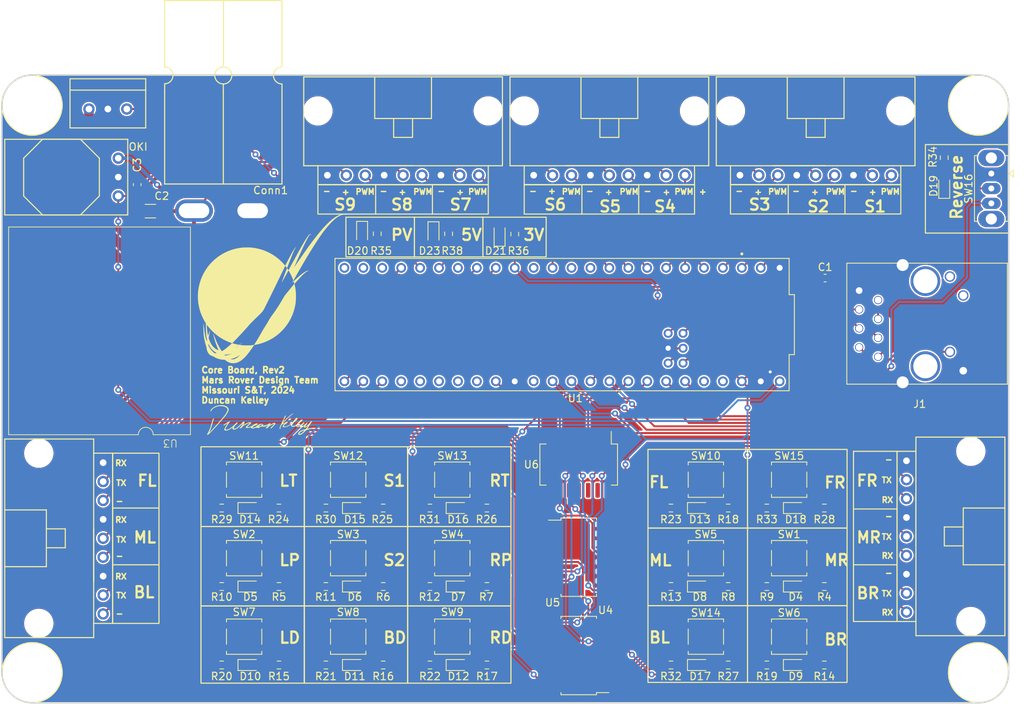
<source format=kicad_pcb>
(kicad_pcb (version 20221018) (generator pcbnew)
  (layers (0 "F.Cu" signal) (31 "B.Cu" signal) (34 "B.Paste" user) (35 "F.Paste" user) (36 "B.SilkS" user "B.Silkscreen") (37 "F.SilkS" user "F.Silkscreen") (38 "B.Mask" user) (39 "F.Mask" user) (44 "Edge.Cuts" user))
  (net 0 "")
  (net 1 "GND")
  (net 2 "Net-(C1-Pad2)")
  (net 3 "PV")
  (net 4 "+5V")
  (net 5 "FL_RX")
  (net 6 "FL_TX")
  (net 7 "ML_RX")
  (net 8 "ML_TX")
  (net 9 "BL_RX")
  (net 10 "BL_TX")
  (net 11 "FR_RX")
  (net 12 "MR_RX")
  (net 13 "MR_TX")
  (net 14 "BR_RX")
  (net 15 "ServoPWM3")
  (net 16 "ServoPWM2")
  (net 17 "ServoPWM1")
  (net 18 "ServoPWM5")
  (net 19 "ServoPWM4")
  (net 20 "ServoPWM7")
  (net 21 "ServoPWM8")
  (net 22 "ServoPWM9")
  (net 23 "NeoPixels")
  (net 24 "Net-(D4-K)")
  (net 25 "+3V3")
  (net 26 "Net-(D5-K)")
  (net 27 "Net-(D6-K)")
  (net 28 "Net-(D7-K)")
  (net 29 "Net-(D8-K)")
  (net 30 "Net-(D9-K)")
  (net 31 "Net-(D10-K)")
  (net 32 "Net-(D11-K)")
  (net 33 "Net-(D12-K)")
  (net 34 "Net-(D13-K)")
  (net 35 "Net-(D14-K)")
  (net 36 "Net-(D15-K)")
  (net 37 "Net-(D16-K)")
  (net 38 "Net-(D17-K)")
  (net 39 "Net-(D18-K)")
  (net 40 "Net-(D19-A)")
  (net 41 "Net-(D20-A)")
  (net 42 "Net-(D21-A)")
  (net 43 "Net-(D23-A)")
  (net 45 "Net-(J1-Pad10)")
  (net 47 "Net-(J1-Pad1)")
  (net 48 "Net-(J1-Pad3)")
  (net 50 "Net-(J1-Pad4)")
  (net 51 "Net-(J1-Pad6)")
  (net 52 "B1")
  (net 53 "B4")
  (net 54 "B7")
  (net 55 "B10")
  (net 56 "B13")
  (net 57 "B2")
  (net 58 "B5")
  (net 59 "B8")
  (net 60 "B11")
  (net 61 "B14")
  (net 62 "B3")
  (net 63 "B6")
  (net 64 "B9")
  (net 65 "B12")
  (net 66 "B15")
  (net 67 "ReverseSW")
  (net 69 "FR_TX")
  (net 70 "Out3")
  (net 71 "Out2")
  (net 73 "BR_TX")
  (net 76 "Out1")
  (net 77 "Out0")
  (net 80 "Net-(U4-S2)")
  (net 81 "Net-(U4-S1)")
  (net 82 "Net-(U4-S0)")
  (net 84 "Net-(U5-S2)")
  (net 85 "Net-(U5-S1)")
  (net 86 "Net-(U5-S0)")
  (net 89 "ServoPWM6")
  (net 91 "Net-(U3-Vout+)")
  (footprint "LED_SMD:LED_0603_1608Metric_Pad1.05x0.95mm_HandSolder" (layer "F.Cu") (at 112.141 111.125)
    (fp_text reference "D6")
    (fp_text value "BLUE")
  )
  (footprint "MRDT_Connectors:MOLEX_SL_09_Horizontal" (layer "F.Cu") (at 78.359 114.808 90)
    (fp_text reference "Conn2" hide)
    (fp_text value "Molex_SL_09")
  )
  (footprint "MRDT_Devices:OKI_Horizontal" (layer "F.Cu") (at 80.391 53.594 -90)
    (fp_text reference "U7" hide)
    (fp_text value "OKI")
  )
  (footprint "Resistor_SMD:R_0603_1608Metric_Pad0.98x0.95mm_HandSolder" (layer "F.Cu") (at 115.951 121.666)
    (fp_text reference "R16")
    (fp_text value "4.7k")
  )
  (footprint "Resistor_SMD:R_0603_1608Metric_Pad0.98x0.95mm_HandSolder" (layer "F.Cu") (at 115.951 111.125)
    (fp_text reference "R6")
    (fp_text value "4.7k")
  )
  (footprint "Button_Switch_THT:SW_Slide_1P2T_CK_OS102011MS2Q" (layer "F.Cu") (at 197.5685 55.658 -90)
    (fp_text reference "SW16")
    (fp_text value "SW_SPDT")
  )
  (footprint "Button_Switch_SMD:SW_SPST_TL3305A" (layer "F.Cu") (at 170.434 96.774)
    (fp_text reference "SW15")
    (fp_text value "SW_Push")
  )
  (footprint "Resistor_SMD:R_0603_1608Metric_Pad0.98x0.95mm_HandSolder" (layer "F.Cu") (at 101.9556 111.125)
    (fp_text reference "R5")
    (fp_text value "4.7k")
  )
  (footprint "MRDT_Connectors:MOLEX_SL_09_Horizontal" (layer "F.Cu") (at 136.144 55.88)
    (fp_text reference "Conn5" hide)
    (fp_text value "Molex_SL_09")
  )
  (footprint "LED_SMD:LED_0603_1608Metric_Pad1.05x0.95mm_HandSolder" (layer "F.Cu") (at 158.4452 121.666)
    (fp_text reference "D17")
    (fp_text value "BLUE")
  )
  (footprint "Button_Switch_SMD:SW_SPST_TL3305A" (layer "F.Cu") (at 159.258 117.856)
    (fp_text reference "SW14")
    (fp_text value "SW_Push")
  )
  (footprint "Resistor_SMD:R_0603_1608Metric_Pad0.98x0.95mm_HandSolder" (layer "F.Cu") (at 162.2552 111.125)
    (fp_text reference "R8")
    (fp_text value "4.7k")
  )
  (footprint "LED_SMD:LED_0603_1608Metric_Pad1.05x0.95mm_HandSolder" (layer "F.Cu") (at 171.323 121.666)
    (fp_text reference "D9")
    (fp_text value "BLUE")
  )
  (footprint "MRDT_Drill_Holes:4_40_Hole" (layer "F.Cu") (at 68.834 46.482)
    (fp_text reference "REF**" hide)
    (fp_text value "4_40_Hole" hide)
  )
  (footprint "Button_Switch_SMD:SW_SPST_TL3305A" (layer "F.Cu") (at 125.222 96.774)
    (fp_text reference "SW13")
    (fp_text value "SW_Push")
  )
  (footprint "MRDT_Drill_Holes:4_40_Hole" (layer "F.Cu") (at 195.834 46.482)
    (fp_text reference "REF**" hide)
    (fp_text value "4_40_Hole" hide)
  )
  (footprint "Signatures:MRDT_DuncanSig_15mmx4.9mm" (layer "F.Cu") (at 99.568 88.773)
    (fp_text reference "G***" hide)
    (fp_text value "LOGO" hide)
  )
  (footprint "MRDT_Connectors:MOLEX_SL_09_Horizontal" (layer "F.Cu") (at 163.83 55.88)
    (fp_text reference "Conn4" hide)
    (fp_text value "Molex_SL_09")
  )
  (footprint "MRDT_Drill_Holes:4_40_Hole" (layer "F.Cu") (at 68.834 122.682)
    (fp_text reference "REF**" hide)
    (fp_text value "4_40_Hole" hide)
  )
  (footprint "Resistor_SMD:R_0603_1608Metric_Pad0.98x0.95mm_HandSolder" (layer "F.Cu") (at 175.1584 121.666)
    (fp_text reference "R14")
    (fp_text value "4.7k")
  )
  (footprint "Button_Switch_SMD:SW_SPST_TL3305A" (layer "F.Cu") (at 111.252 96.774)
    (fp_text reference "SW12")
    (fp_text value "SW_Push")
  )
  (footprint "LED_SMD:LED_0603_1608Metric_Pad1.05x0.95mm_HandSolder" (layer "F.Cu") (at 98.1202 121.666)
    (fp_text reference "D10")
    (fp_text value "BLUE")
  )
  (footprint "Resistor_SMD:R_0603_1608Metric_Pad0.98x0.95mm_HandSolder" (layer "F.Cu") (at 167.4368 111.125)
    (fp_text reference "R9")
    (fp_text value "100")
  )
  (footprint "Resistor_SMD:R_0603_1608Metric_Pad0.98x0.95mm_HandSolder" (layer "F.Cu") (at 133.604 63.7921 90)
    (fp_text reference "R36")
    (fp_text value "100")
  )
  (footprint "Resistor_SMD:R_0603_1608Metric_Pad0.98x0.95mm_HandSolder" (layer "F.Cu") (at 94.2721 121.666)
    (fp_text reference "R20")
    (fp_text value "100")
  )
  (footprint "Resistor_SMD:R_0603_1608Metric_Pad0.98x0.95mm_HandSolder" (layer "F.Cu") (at 94.2721 111.125)
    (fp_text reference "R10")
    (fp_text value "100")
  )
  (footprint "Resistor_SMD:R_0603_1608Metric_Pad0.98x0.95mm_HandSolder" (layer "F.Cu") (at 167.4368 121.666)
    (fp_text reference "R19")
    (fp_text value "100")
  )
  (footprint "LED_SMD:LED_0603_1608Metric_Pad1.05x0.95mm_HandSolder" (layer "F.Cu") (at 126.0602 121.666)
    (fp_text reference "D12")
    (fp_text value "BLUE")
  )
  (footprint "Resistor_SMD:R_0603_1608Metric_Pad0.98x0.95mm_HandSolder" (layer "F.Cu") (at 167.4368 100.584)
    (fp_text reference "R33")
    (fp_text value "100")
  )
  (footprint "Button_Switch_SMD:SW_SPST_TL3305A" (layer "F.Cu") (at 125.222 107.315)
    (fp_text reference "SW4")
    (fp_text value "SW_Push")
  )
  (footprint "Capacitor_SMD:C_1206_3216Metric_Pad1.33x1.80mm_HandSolder" (layer "F.Cu") (at 84.709 60.706 180)
    (fp_text reference "C2")
    (fp_text value "10uF")
  )
  (footprint "LED_SMD:LED_0603_1608Metric_Pad1.05x0.95mm_HandSolder" (layer "F.Cu") (at 126.0602 100.584)
    (fp_text reference "D16")
    (fp_text value "BLUE")
  )
  (footprint "Resistor_SMD:R_0603_1608Metric_Pad0.98x0.95mm_HandSolder" (layer "F.Cu") (at 154.5717 100.584)
    (fp_text reference "R23")
    (fp_text value "100")
  )
  (footprint "Resistor_SMD:R_0603_1608Metric_Pad0.98x0.95mm_HandSolder" (layer "F.Cu") (at 162.2552 100.584)
    (fp_text reference "R18")
    (fp_text value "4.7k")
  )
  (footprint "Resistor_SMD:R_0603_1608Metric_Pad0.98x0.95mm_HandSolder" (layer "F.Cu") (at 94.2721 100.584)
    (fp_text reference "R29")
    (fp_text value "100")
  )
  (footprint "LED_SMD:LED_0603_1608Metric_Pad1.05x0.95mm_HandSolder" (layer "F.Cu") (at 113.1183 63.7426 -90)
    (fp_text reference "D20")
    (fp_text value "Green")
  )
  (footprint "MRDT_Shields:Teensy_4_1_Ethernet" (layer "F.Cu") (at 139.954 75.946 180)
    (fp_text reference "U1")
    (fp_text value "Teensy4.1_DEV-16771")
  )
  (footprint "Resistor_SMD:R_0603_1608Metric_Pad0.98x0.95mm_HandSolder" (layer "F.Cu") (at 175.1584 100.584)
    (fp_text reference "R28")
    (fp_text value "4.7k")
  )
  (footprint "Capacitor_SMD:C_0603_1608Metric_Pad1.08x0.95mm_HandSolder" (layer "F.Cu") (at 82.931 57.15 90)
    (fp_text reference "C3")
    (fp_text value "10uF")
  )
  (footprint "MRDT_Silkscreens:0_MRDT_Logo_20mm" (layer "F.Cu") (at 101.092 71.12)
    (fp_text reference "G***" hide)
    (fp_text value "LOGO" hide)
  )
  (footprint "Package_SO:SO-14_5.3x10.2mm_P1.27mm" (layer "F.Cu") (at 142.1892 94.742 -90)
    (fp_text reference "U6")
    (fp_text value "74HC00")
  )
  (footprint "Resistor_SMD:R_0603_1608Metric_Pad0.98x0.95mm_HandSolder" (layer "F.Cu") (at 108.2548 121.666)
    (fp_text reference "R21")
    (fp_text value "100")
  )
  (footprint "LED_SMD:LED_0603_1608Metric_Pad1.05x0.95mm_HandSolder" (layer "F.Cu") (at 112.141 100.584)
    (fp_text reference "D15")
    (fp_text value "BLUE")
  )
  (footprint "LED_SMD:LED_0603_1608Metric_Pad1.05x0.95mm_HandSolder" (layer "F.Cu") (at 158.4452 100.584)
    (fp_text reference "D13")
    (fp_text value "BLUE")
  )
  (footprint "Button_Switch_SMD:SW_SPST_TL3305A" (layer "F.Cu") (at 125.222 117.856)
    (fp_text reference "SW9")
    (fp_text value "SW_Push")
  )
  (footprint "Button_Switch_SMD:SW_SPST_TL3305A" (layer "F.Cu") (at 111.252 117.856)
    (fp_text reference "SW8")
    (fp_text value "SW_Push")
  )
  (footprint "Capacitor_SMD:C_0603_1608Metric_Pad1.08x0.95mm_HandSolder" (layer "F.Cu") (at 175.26 69.6976)
    (fp_text reference "C1")
    (fp_text value "0.1uF")
  )
  (footprint "Resistor_SMD:R_0603_1608Metric_Pad0.98x0.95mm_HandSolder" (layer "F.Cu") (at 124.7285 63.754 -90)
    (fp_text reference "R38")
    (fp_text value "300")
  )
  (footprint "LED_SMD:LED_0603_1608Metric_Pad1.05x0.95mm_HandSolder" (layer "F.Cu") (at 131.572 63.754 90)
    (fp_text reference "D21")
    (fp_text value "Green")
  )
  (footprint "Resistor_SMD:R_0603_1608Metric_Pad0.98x0.95mm_HandSolder" (layer "F.Cu") (at 175.1584 111.125)
    (fp_text reference "R4")
    (fp_text value "4.7k")
  )
  (footprint "LED_SMD:LED_0603_1608Metric_Pad1.05x0.95mm_HandSolder" (layer "F.Cu") (at 98.1202 111.125)
    (fp_text reference "D5")
    (fp_text value "BLUE")
  )
  (footprint "Resistor_SMD:R_0603_1608Metric_Pad0.98x0.95mm_HandSolder" (layer "F.Cu") (at 108.2548 100.584)
    (fp_text reference "R30")
    (fp_text value "100")
  )
  (footprint "LED_SMD:LED_0603_1608Metric_Pad1.05x0.95mm_HandSolder" (layer "F.Cu") (at 158.4452 111.125)
    (fp_text reference "D8")
    (fp_text value "BLUE")
  )
  (footprint "Resistor_SMD:R_0603_1608Metric_Pad0.98x0.95mm_HandSolder" (layer "F.Cu") (at 154.5717 121.666)
    (fp_text reference "R32")
    (fp_text value "100")
  )
  (footprint "Resistor_SMD:R_0603_1608Metric_Pad0.98x0.95mm_HandSolder" (layer "F.Cu") (at 162.2552 121.666)
    (fp_text reference "R27")
    (fp_text value "4.7k")
  )
  (footprint "Package_SO:SOIC-16_4.55x10.3mm_P1.27mm" (layer "F.Cu") (at 142.1892 120.396 180)
    (fp_text reference "U4")
    (fp_text value "74HC148")
  )
  (footprint "Resistor_SMD:R_0603_1608Metric_Pad0.98x0.95mm_HandSolder" (layer "F.Cu") (at 108.2548 111.125)
    (fp_text reference "R11")
    (fp_text value "100")
  )
  (footprint "Resistor_SMD:R_0603_1608Metric_Pad0.98x0.95mm_HandSolder" (layer "F.Cu") (at 129.8702 111.125)
    (fp_text reference "R7")
    (fp_text value "4.7k")
  )
  (footprint "LED_SMD:LED_0603_1608Metric_Pad1.05x0.95mm_HandSolder" (layer "F.Cu") (at 112.141 121.666)
    (fp_text reference "D11")
    (fp_text value "BLUE")
  )
  (footprint "LED_SMD:LED_0603_1608Metric_Pad1.05x0.95mm_HandSolder" (layer "F.Cu") (at 126.0602 111.125)
    (fp_text reference "D7")
    (fp_text value "BLUE")
  )
  (footprint "Resistor_SMD:R_0603_1608Metric_Pad0.98x0.95mm_HandSolder" (layer "F.Cu") (at 101.9556 121.666)
    (fp_text reference "R15")
    (fp_text value "4.7k")
  )
  (footprint "MRDT_Connectors:MOLEX_SL_03_Vertical" (layer "F.Cu") (at 76.454 46.99)
    (fp_text reference "Conn7" hide)
    (fp_text value "Molex_SL_03")
  )
  (footprint "Package_SO:SOIC-16_4.55x10.3mm_P1.27mm" (layer "F.Cu") (at 142.1892 107.188)
    (fp_text reference "U5")
    (fp_text value "74HC148")
  )
  (footprint "Button_Switch_SMD:SW_SPST_TL3305A" (layer "F.Cu") (at 159.258 107.315)
    (fp_text reference "SW5")
    (fp_text value "SW_Push")
  )
  (footprint "LED_SMD:LED_0603_1608Metric_Pad1.05x0.95mm_HandSolder" (layer "F.Cu") (at 171.323 111.125)
    (fp_text reference "D4")
    (fp_text value "BLUE")
  )
  (footprint "Resistor_SMD:R_0603_1608Metric_Pad0.98x0.95mm_HandSolder" (layer "F.Cu") (at 101.9556 100.584)
    (fp_text reference "R24")
    (fp_text value "4.7k")
  )
  (footprint "LED_SMD:LED_0603_1608Metric_Pad1.05x0.95mm_HandSolder" (layer "F.Cu") (at 98.1202 100.584)
    (fp_text reference "D14")
    (fp_text value "BLUE")
  )
  (footprint "Button_Switch_SMD:SW_SPST_TL3305A" (layer "F.Cu") (at 97.282 107.315)
    (fp_text reference "SW2")
    (fp_text value "SW_Push")
  )
  (footprint "Button_Switch_SMD:SW_SPST_TL3305A" (layer "F.Cu") (at 111.252 107.315)
    (fp_text reference "SW3")
    (fp_text value "SW_Push")
  )
  (footprint "Resistor_SMD:R_0603_1608Metric_Pad0.98x0.95mm_HandSolder" (layer "F.Cu") (at 154.5717 111.125)
    (fp_text reference "R13")
    (fp_text value "100")
  )
  (footprint "Resistor_SMD:R_0603_1608Metric_Pad0.98x0.95mm_HandSolder" (layer "F.Cu") (at 129.8702 121.666)
    (fp_text reference "R17")
    (fp_text value "4.7k")
  )
  (footprint "MRDT_Connectors:RJ45_Teensy" (layer "F.Cu") (at 201.722 75.694 90)
    (fp_text reference "J1")
    (fp_text value "RJ45_LED_Shielded")
  )
  (footprint "MRDT_Connectors:Square_Anderson_2_H_Side_By_Side_PV" (layer "F.Cu") (at 98.725 60.7658 -90)
    (fp_text reference "Conn1")
    (fp_text value "AndersonPP")
  )
  (footprint "Button_Switch_SMD:SW_SPST_TL3305A" (layer "F.Cu") (at 170.434 117.856)
    (fp_text reference "SW6")
    (fp_text value "SW_Push")
  )
  (footprint "MRDT_Connectors:MOLEX_SL_09_Horizontal" (layer "F.Cu") (at 108.458 55.88)
    (fp_text reference "Conn6" hide)
    (fp_text value "Molex_SL_09")
  )
  (footprint "LED_SMD:LED_0603_1608Metric_Pad1.05x0.95mm_HandSolder" (layer "F.Cu") (at 191.2495 57.325 90)
    (fp_text reference "D19")
    (fp_text value "BLUE")
  )
  (footprint "Resistor_SMD:R_0603_1608Metric_Pad0.98x0.95mm_HandSolder" (layer "F.Cu") (at 122.2248 100.584)
    (fp_text reference "R31")
    (fp_text value "100")
  )
  (footprint "Resistor_SMD:R_0603_1608Metric_Pad0.98x0.95mm_HandSolder" (layer "F.Cu") (at 122.2248 111.125)
    (fp_text reference "R12")
    (fp_text value "100")
  )
  (footprint "Resistor_SMD:R_0603_1608Metric_Pad0.98x0.95mm_HandSolder" (layer "F.Cu") (at 191.2495 53.5245 90)
    (fp_text reference "R34")
    (fp_text value "100")
  )
  (footprint "MRDT_Drill_Holes:4_40_Hole" (layer "F.Cu") (at 195.834 122.682)
    (fp_text reference "REF**" hide)
    (fp_text value "4_40_Hole" hide)
  )
  (footprint "Resistor_SMD:R_0603_1608Metric_Pad0.98x0.95mm_HandSolder" (layer "F.Cu") (at 115.1503 63.7426 -90)
    (fp_text reference "R35")
    (fp_text value "3k")
  )
  (footprint "Button_Switch_SMD:SW_SPST_TL3305A" (layer "F.Cu") (at 97.282 96.774)
    (fp_text reference "SW11")
    (fp_text value "SW_Push")
  )
  (footprint "LED_SMD:LED_0603_1608Metric_Pad1.05x0.95mm_HandSolder" (layer "F.Cu") (at 171.323 100.584)
    (fp_text reference "D18")
    (fp_text value "BLUE")
  )
  (footprint "Button_Switch_SMD:SW_SPST_TL3305A" (layer "F.Cu") (at 97.282 117.856)
    (fp_text reference "SW7")
    (fp_text value "SW_Push")
  )
  (footprint "LED_SMD:LED_0603_1608Metric_Pad1.05x0.95mm_HandSolder" (layer "F.Cu") (at 122.6965 63.7921 -90)
    (fp_text reference "D23")
    (fp_text value "Green")
  )
  (footprint "Resistor_SMD:R_0603_1608Metric_Pad0.98x0.95mm_HandSolder" (layer "F.Cu") (at 115.951 100.584)
    (fp_text reference "R25")
    (fp_text value "4.7k")
  )
  (footprint "Button_Switch_SMD:SW_SPST_TL3305A" (layer "F.Cu") (at 159.258 96.774)
    (fp_text reference "SW10")
    (fp_text value "SW_Push")
  )
  (footprint "Resistor_SMD:R_0603_1608Metric_Pad0.98x0.95mm_HandSolder" (layer "F.Cu") (at 122.2248 121.666)
    (fp_text reference "R22")
    (fp_text value "100")
  )
  (footprint "MRDT_Connectors:MOLEX_SL_09_Horizontal" (layer "F.Cu") (at 186.182 94.234 -90)
    (fp_text reference "Conn3" hide)
    (fp_text value "Molex_SL_09")
  )
  (footprint "MRDT_Devices:SHHD003A0A-SRZ" (layer "F.Cu") (at 90.078 90.7358 90)
    (fp_text reference "U3")
    (fp_text value "SHHD003A0A")
  )
  (footprint "Resistor_SMD:R_0603_1608Metric_Pad0.98x0.95mm_HandSolder" (layer "F.Cu") (at 129.8702 100.584)
    (fp_text reference "R26")
    (fp_text value "4.7k")
  )
  (footprint "Button_Switch_SMD:SW_SPST_TL3305A" (layer "F.Cu") (at 170.434 107.315)
    (fp_text reference "SW1")
    (fp_text value "SW_Push")
  )
  (gr_rect (start 178.2064 113.6904) (end 164.846 103.2764) (stroke (width 0.15)) (fill none) (layer "F.SilkS"))
  (gr_rect (start 110.9472 61.5188) (end 120.142 66.8528) (stroke (width 0.15)) (fill none) (layer "F.SilkS"))
  (gr_rect (start 85.852 116.078) (end 79.629 93.218) (stroke (width 0.15)) (fill none) (layer "F.SilkS"))
  (gr_rect (start 164.846 124.0028) (end 151.4856 113.6904) (stroke (width 0.15)) (fill none) (layer "F.SilkS"))
  (gr_rect (start 119.2276 113.7412) (end 105.3592 103.0732) (stroke (width 0.15)) (fill none) (layer "F.SilkS"))
  (gr_rect (start 105.3592 103.0732) (end 91.4908 92.3544) (stroke (width 0.15)) (fill none) (layer "F.SilkS"))
  (gr_line (start 122.555 61.0997) (end 122.555 57.1627) (stroke (width 0.15)) (layer "F.SilkS"))
  (gr_line (start 150.241 61.0997) (end 150.241 57.1627) (stroke (width 0.15)) (layer "F.SilkS"))
  (gr_rect (start 157.734 61.0997) (end 134.874 57.1627) (stroke (width 0.15)) (fill none) (layer "F.SilkS"))
  (gr_line (start 85.852 100.584) (end 79.629 100.584) (stroke (width 0.15)) (layer "F.SilkS"))
  (gr_rect (start 137.8204 66.8528) (end 129.3368 61.5188) (stroke (width 0.15)) (fill none) (layer "F.SilkS"))
  (gr_rect (start 105.3592 113.7412) (end 91.4908 103.0732) (stroke (width 0.15)) (fill none) (layer "F.SilkS"))
  (gr_line (start 85.852 108.204) (end 79.629 108.204) (stroke (width 0.15)) (layer "F.SilkS"))
  (gr_rect (start 133.096 103.0732) (end 119.2276 92.3544) (stroke (width 0.15)) (fill none) (layer "F.SilkS"))
  (gr_rect (start 130.048 61.0997) (end 107.188 57.1627) (stroke (width 0.15)) (fill none) (layer "F.SilkS"))
  (gr_line (start 170.307 61.087) (end 170.307 57.15) (stroke (width 0.15)) (layer "F.SilkS"))
  (gr_rect (start 133.096 124.1044) (end 119.2276 113.7412) (stroke (width 0.15)) (fill none) (layer "F.SilkS"))
  (gr_rect (start 133.096 113.7412) (end 119.2276 103.0732) (stroke (width 0.15)) (fill none) (layer "F.SilkS"))
  (gr_line (start 142.621 61.0997) (end 142.621 57.1627) (stroke (width 0.15)) (layer "F.SilkS"))
  (gr_rect (start 119.2276 103.0732) (end 105.3592 92.3544) (stroke (width 0.15)) (fill none) (layer "F.SilkS"))
  (gr_line (start 184.912 100.711) (end 179.07 100.711) (stroke (width 0.15)) (layer "F.SilkS"))
  (gr_rect (start 178.2064 124.0028) (end 164.846 113.6904) (stroke (width 0.15)) (fill none) (layer "F.SilkS"))
  (gr_rect (start 185.42 61.087) (end 162.56 57.15) (stroke (width 0.15)) (fill none) (layer "F.SilkS"))
  (gr_rect (start 164.846 103.2764) (end 151.4856 92.71) (stroke (width 0.15)) (fill none) (layer "F.SilkS"))
  (gr_rect (start 199.898 63.6524) (end 188.722 51.7652) (stroke (width 0.15)) (fill none) (layer "F.SilkS"))
  (gr_rect (start 164.846 113.6904) (end 151.4856 103.2764) (stroke (width 0.15)) (fill none) (layer "F.SilkS"))
  (gr_rect (start 178.2064 103.2764) (end 164.846 92.71) (stroke (width 0.15)) (fill none) (layer "F.SilkS"))
  (gr_line (start 177.927 61.087) (end 177.927 57.15) (stroke (width 0.15)) (layer "F.SilkS"))
  (gr_rect (start 184.912 115.824) (end 179.07 92.964) (stroke (width 0.15)) (fill none) (layer "F.SilkS"))
  (gr_rect (start 129.3368 66.8528) (end 120.142 61.5188) (stroke (width 0.15)) (fill none) (layer "F.SilkS"))
  (gr_rect (start 119.2276 124.1044) (end 105.3592 113.7412) (stroke (width 0.15)) (fill none) (layer "F.SilkS"))
  (gr_line (start 184.912 108.204) (end 179.07 108.204) (stroke (width 0.15)) (layer "F.SilkS"))
  (gr_line (start 114.935 61.0997) (end 114.935 57.1627) (stroke (width 0.15)) (layer "F.SilkS"))
  (gr_rect (start 105.3592 124.1044) (end 91.4908 113.7412) (stroke (width 0.15)) (fill none) (layer "F.SilkS"))
  (gr_line (start 68.834 42.418) (end 195.834 42.418) (stroke (width 0.2)) (layer "Edge.Cuts"))
  (gr_line (start 68.913682 126.746) (end 195.834 126.746) (stroke (width 0.2)) (layer "Edge.Cuts"))
  (gr_line (start 64.77 46.482) (end 64.77 122.602318) (stroke (width 0.2)) (layer "Edge.Cuts"))
  (gr_arc (start 68.913682 126.746) (mid 65.983662 125.532338) (end 64.77 122.602318) (stroke (width 0.2)) (layer "Edge.Cuts"))
  (gr_arc (start 64.77 46.482) (mid 65.960318 43.608318) (end 68.834 42.418) (stroke (width 0.2)) (layer "Edge.Cuts"))
  (gr_arc (start 199.898 122.682) (mid 198.707682 125.555682) (end 195.834 126.746) (stroke (width 0.2)) (layer "Edge.Cuts"))
  (gr_line (start 199.898 46.482) (end 199.898 122.682) (stroke (width 0.2)) (layer "Edge.Cuts"))
  (gr_arc (start 195.834 42.418) (mid 198.707682 43.608318) (end 199.898 46.482) (stroke (width 0.2)) (layer "Edge.Cuts"))
  (gr_text "-" (at 108.966 57.6707 180) (layer "F.SilkS") (effects (font (size 0.762 0.762) (thickness 0.1905) bold) (justify left bottom)))
  (gr_text "RX" (at 79.883 110.236) (layer "F.SilkS") (effects (font (size 0.762 0.762) (thickness 0.1905) bold) (justify left bottom)))
  (gr_text "-" (at 179.705 57.658 180) (layer "F.SilkS") (effects (font (size 0.762 0.762) (thickness 0.1905) bold) (justify left bottom)))
  (gr_text "+" (at 154.559 57.7977 180) (layer "F.SilkS") (effects (font (size 0.762 0.762) (thickness 0.1905) bold) (justify left bottom)))
  (gr_text "ML" (at 82.296 105.41) (layer "F.SilkS") (effects (font (size 1.5 1.5) (thickness 0.3) bold) (justify left bottom)))
  (gr_text "-" (at 184.404 101.346 180) (layer "F.SilkS") (effects (font (size 0.762 0.762) (thickness 0.1905) bold) (justify left bottom)))
  (gr_text "BR" (at 179.324 112.903) (layer "F.SilkS") (effects (font (size 1.5 1.5) (thickness 0.3) bold) (justify left bottom)))
  (gr_text "RX" (at 79.883 102.616) (layer "F.SilkS") (effects (font (size 0.762 0.762) (thickness 0.1905) bold) (justify left bottom)))
  (gr_text "TX" (at 182.753 97.282) (layer "F.SilkS") (effects (font (size 0.762 0.762) (thickness 0.1905) bold) (justify left bottom)))
  (gr_text "BL" (at 82.296 112.776) (layer "F.SilkS") (effects (font (size 1.5 1.5) (thickness 0.3) bold) (justify left bottom)))
  (gr_text "Core Board, Rev2\nMars Rover Design Team\nMissouri S&T, 2024\nDuncan Kelley" (at 91.44 84.074) (layer "F.SilkS") (effects (font (size 0.8382 0.8382) (thickness 0.20955)) (justify left)))
  (gr_text "5V" (at 126.238 64.77) (layer "F.SilkS") (effects (font (size 1.5 1.5) (thickness 0.3) bold) (justify left bottom)))
  (gr_text "S6" (at 137.414 60.706) (layer "F.SilkS") (effects (font (size 1.5 1.5) (thickness 0.3) bold) (justify left bottom)))
  (gr_text "S9" (at 109.22 60.706) (layer "F.SilkS") (effects (font (size 1.5 1.5) (thickness 0.3) bold) (justify left bottom)))
  (gr_text "BL" (at 151.4856 118.8466) (layer "F.SilkS") (effects (font (size 1.5 1.5) (thickness 0.3) bold) (justify left bottom)))
  (gr_text "MR" (at 175.006 108.458) (layer "F.SilkS") (effects (font (size 1.5 1.5) (thickness 0.3) bold) (justify left bottom)))
  (gr_text "+" (at 111.506 57.7977 180) (layer "F.SilkS") (effects (font (size 0.762 0.762) (thickness 0.1905) bold) (justify left bottom)))
  (gr_text "FR" (at 175.006 98.044) (layer "F.SilkS") (effects (font (size 1.5 1.5) (thickness 0.3) bold) (justify left bottom)))
  (gr_text "-" (at 171.958 57.658 180) (layer "F.SilkS") (effects (font (size 0.762 0.762) (thickness 0.1905) bold) (justify left bottom)))
  (gr_text "-" (at 152.019 57.6707 180) (layer "F.SilkS") (effects (font (size 0.762 0.762) (thickness 0.1905) bold) (justify left bottom)))
  (gr_text "RP" (at 130.048 108.458) (layer "F.SilkS") (effects (font (size 1.5 1.5) (thickness 0.3) bold) (justify left bottom)))
  (gr_text "+" (at 182.245 57.785 180) (layer "F.SilkS") (effects (font (size 0.762 0.762) (thickness 0.1905) bold) (justify left bottom)))
  (gr_text "-" (at 124.333 57.6707 180) (layer "F.SilkS") (effects (font (size 0.762 0.762) (thickness 0.1905) bold) (justify left bottom)))
  (gr_text "TX" (at 80.01 112.776) (layer "F.SilkS") (effects (font (size 0.762 0.762) (thickness 0.1905) bold) (justify left bottom)))
  (gr_text "RX" (at 79.883 94.996) (layer "F.SilkS") (effects (font (size 0.762 0.762) (thickness 0.1905) bold) (justify left bottom)))
  (gr_text "PWM" (at 112.141 58.547) (layer "F.SilkS") (effects (font (size 0.762 0.762) (thickness 0.1905) bold) (justify left bottom)))
  (gr_text "PWM" (at 175.26 58.5343) (layer "F.SilkS") (effects (font (size 0.762 0.762) (thickness 0.1905) bold) (justify left bottom)))
  (gr_text "Reverse" (at 193.7895 62.01 90) (layer "F.SilkS") (effects (font (size 1.5 1.5) (thickness 0.3) bold) (justify left bottom)))
  (gr_text "-" (at 184.404 93.726 180) (layer "F.SilkS") (effects (font (size 0.762 0.762) (thickness 0.1905) bold) (justify left bottom)))
  (gr_text "-" (at 81.153 114.427 180) (layer "F.SilkS") (effects (font (size 0.762 0.762) (thickness 0.1905) bold) (justify left bottom)))
  (gr_text "PWM" (at 127.254 58.547) (layer "F.SilkS") (effects (font (size 0.762 0.762) (thickness 0.1905) bold) (justify left bottom)))
  (gr_text "FL" (at 151.4856 97.9932) (layer "F.SilkS") (effects (font (size 1.5 1.5) (thickness 0.3) bold) (justify left bottom)))
  (gr_text "S7" (at 124.714 60.706) (layer "F.SilkS") (effects (font (size 1.5 1.5) (thickness 0.3) bold) (justify left bottom)))
  (gr_text "-" (at 184.404 108.966 180) (layer "F.SilkS") (effects (font (size 0.762 0.762) (thickness 0.1905) bold) (justify left bottom)))
  (gr_text "PWM" (at 119.888 58.547) (layer "F.SilkS") (effects (font (size 0.762 0.762) (thickness 0.1905) bold) (justify left bottom)))
  (gr_text "S8" (at 116.84 60.706) (layer "F.SilkS") (effects (font (size 1.5 1.5) (thickness 0.3) bold) (justify left bottom)))
  (gr_text "-" (at 136.652 57.6707 180) (layer "F.SilkS") (effects (font (size 0.762 0.762) (thickness 0.1905) bold) (justify left bottom)))
  (gr_text "RX" (at 182.753 115.062) (layer "F.SilkS") (effects (font (size 0.762 0.762) (thickness 0.1905) bold) (justify left bottom)))
  (gr_text "+" (at 158.242 58.5343) (layer "F.SilkS") (effects (font (size 0.762 0.762) (thickness 0.1905) bold) (justify left bottom)))
  (gr_text "3V" (at 134.62 64.77) (layer "F.SilkS") (effects (font (size 1.5 1.5) (thickness 0.3) bold) (justify left bottom)))
  (gr_text "-" (at 164.338 57.658 180) (layer "F.SilkS") (effects (font (size 0.762 0.762) (thickness 0.1905) bold) (justify left bottom)))
  (gr_text "S1" (at 180.34 60.96) (layer "F.SilkS") (effects (font (size 1.5 1.5) (thickness 0.3) bold) (justify left bottom)))
  (gr_text "PWM" (at 147.574 58.5343) (layer "F.SilkS") (effects (font (size 0.762 0.762) (thickness 0.1905) bold) (justify left bottom)))
  (gr_text "MR" (at 179.324 105.41) (layer "F.SilkS") (effects (font (size 1.5 1.5) (thickness 0.3) bold) (justify left bottom)))
  (gr_text "S2" (at 115.824 108.458) (layer "F.SilkS") (effects (font (size 1.5 1.5) (thickness 0.3) bold) (justify left bottom)))
  (gr_text "RX" (at 182.753 99.949) (layer "F.SilkS") (effects (font (size 0.762 0.762) (thickness 0.1905) bold) (justify left bottom)))
  (gr_text "-" (at 81.153 99.314 180) (layer "F.SilkS") (effects (font (size 0.762 0.762) (thickness 0.1905) bold) (justify left bottom)))
  (gr_text "BD" (at 115.824 118.872) (layer "F.SilkS") (effects (font (size 1.5 1.5) (thickness 0.3) bold) (justify left bottom)))
  (gr_text "-" (at 144.272 57.6707 180) (layer "F.SilkS") (effects (font (size 0.762 0.762) (thickness 0.1905) bold) (justify left bottom)))
  (gr_text "FR" (at 179.324 97.79) (layer "F.SilkS") (effects (font (size 1.5 1.5) (thickness 0.3) bold) (justify left bottom)))
  (gr_text "+" (at 146.812 57.7977 180) (layer "F.SilkS") (effects (font (size 0.762 0.762) (thickness 0.1905) bold) (justify left bottom)))
  (gr_text "ML" (at 151.4856 108.4834) (layer "F.SilkS") (effects (font (size 1.5 1.5) (thickness 0.3) bold) (justify left bottom)))
  (gr_text "FL" (at 82.804 97.79) (layer "F.SilkS") (effects (font (size 1.5 1.5) (thickness 0.3) bold) (justify left bottom)))
  (gr_text "S5" (at 144.78 60.96) (layer "F.SilkS") (effects (font (size 1.5 1.5) (thickness 0.3) bold) (justify left bottom)))
  (gr_text "+" (at 119.126 57.7977 180) (layer "F.SilkS") (effects (font (size 0.762 0.762) (thickness 0.1905) bold) (justify left bottom)))
  (gr_text "TX" (at 182.753 104.902) (layer "F.SilkS") (effects (font (size 0.762 0.762) (thickness 0.1905) bold) (justify left bottom)))
  (gr_text "+" (at 174.498 57.785 180) (layer "F.SilkS") (effects (font (size 0.762 0.762) (thickness 0.1905) bold) (justify left bottom)))
  (gr_text "PV" (at 116.84 64.77) (layer "F.SilkS") (effects (font (size 1.5 1.5) (thickness 0.3) bold) (justify left bottom)))
  (gr_text "LP" (at 101.854 108.458) (layer "F.SilkS") (effects (font (size 1.5 1.5) (thickness 0.3) bold) (justify left bottom)))
  (gr_text "PWM" (at 139.827 58.5343) (layer "F.SilkS") (effects (font (size 0.762 0.762) (thickness 0.1905) bold) (justify left bottom)))
  (gr_text "TX" (at 80.01 105.283) (layer "F.SilkS") (effects (font (size 0.762 0.762) (thickness 0.1905) bold) (justify left bottom)))
  (gr_text "TX" (at 182.753 112.522) (layer "F.SilkS") (effects (font (size 0.762 0.762) (thickness 0.1905) bold) (justify left bottom)))
  (gr_text "TX" (at 80.01 97.663) (layer "F.SilkS") (effects (font (size 0.762 0.762) (thickness 0.1905) bold) (justify left bottom)))
  (gr_text "RX" (at 182.753 107.442) (layer "F.SilkS") (effects (font (size 0.762 0.762) (thickness 0.1905) bold) (justify left bottom)))
  (gr_text "PWM" (at 167.513 58.5343) (layer "F.SilkS") (effects (font (size 0.762 0.762) (thickness 0.1905) bold) (justify left bottom)))
  (gr_text "PWM" (at 154.94 58.5343) (layer "F.SilkS") (effects (font (size 0.762 0.762) (thickness 0.1905) bold) (justify left bottom)))
  (gr_text "BR" (at 175.006 119.126) (layer "F.SilkS") (effects (font (size 1.5 1.5) (thickness 0.3) bold) (justify left bottom)))
  (gr_text "S1" (at 115.824 97.79) (layer "F.SilkS") (effects (font (size 1.5 1.5) (thickness 0.3) bold) (justify left bottom)))
  (gr_text "-" (at 116.586 57.6707 180) (layer "F.SilkS") (effects (font (size 0.762 0.762) (thickness 0.1905) bold) (justify left bottom)))
  (gr_text "LD" (at 101.854 118.872) (layer "F.SilkS") (effects (font (size 1.5 1.5) (thickness 0.3) bold) (justify left bottom)))
  (gr_text "PWM" (at 182.626 58.5343) (layer "F.SilkS") (effects (font (size 0.762 0.762) (thickness 0.1905) bold) (justify left bottom)))
  (gr_text "S3" (at 164.846 60.706) (layer "F.SilkS") (effects (font (size 1.5 1.5) (thickness 0.3) bold) (justify left bottom)))
  (gr_text "+" (at 126.873 57.7977 180) (layer "F.SilkS") (effects (font (size 0.762 0.762) (thickness 0.1905) bold) (justify left bottom)))
  (gr_text "+" (at 166.878 57.785 180) (layer "F.SilkS") (effects (font (size 0.762 0.762) (thickness 0.1905) bold) (justify left bottom)))
  (gr_text "S2" (at 172.72 60.96) (layer "F.SilkS") (effects (font (size 1.5 1.5) (thickness 0.3) bold) (justify left bottom)))
  (gr_text "-" (at 81.153 106.68 180) (layer "F.SilkS") (effects (font (size 0.762 0.762) (thickness 0.1905) bold) (justify left bottom)))
  (gr_text "RD" (at 130.048 118.872) (layer "F.SilkS") (effects (font (size 1.5 1.5) (thickness 0.3) bold) (justify left bottom)))
  (gr_text "+" (at 139.192 57.658 180) (layer "F.SilkS") (effects (font (size 0.762 0.762) (thickness 0.1905) bold) (justify left bottom)))
  (gr_text "S4" (at 152.146 60.96) (layer "F.SilkS") (effects (font (size 1.5 1.5) (thickness 0.3) bold) (justify left bottom)))
  (gr_text "LT" (at 101.854 97.79) (layer "F.SilkS") (effects (font (size 1.5 1.5) (thickness 0.3) bold) (justify left bottom)))
  (gr_text "RT" (at 130.048 97.79) (layer "F.SilkS") (effects (font (size 1.5 1.5) (thickness 0.3) bold) (justify left bottom)))
  (via (at 167.894 82.296) (size 0.8) (drill 0.4) (layers "F.Cu" "B.Cu") (net 1))
  (segment (start 183.697 75.239) (end 182.372 73.914) (width 0.25) (layer "F.Cu") (net 2))
  (segment (start 182.767 81.139) (end 183.697 80.209) (width 0.25) (layer "F.Cu") (net 2))
  (segment (start 179.832 78.994) (end 181.977 81.139) (width 0.25) (layer "F.Cu") (net 2))
  (segment (start 182.372 73.914) (end 181.069437 72.611437) (width 0.25) (layer "F.Cu") (net 2))
  (segment (start 183.697 80.209) (end 183.697 75.239) (width 0.25) (layer "F.Cu") (net 2))
  (segment (start 181.069437 72.611437) (end 181.069437 70.579437) (width 0.25) (layer "F.Cu") (net 2))
  (segment (start 182.372 73.914) (end 182.372 75.184) (width 0.25) (layer "F.Cu") (net 2))
  (segment (start 181.069437 70.579437) (end 180.1876 69.6976) (width 0.25) (layer "F.Cu") (net 2))
  (segment (start 181.977 81.139) (end 182.767 81.139) (width 0.25) (layer "F.Cu") (net 2))
  (segment (start 180.1876 69.6976) (end 176.1225 69.6976) (width 0.25) (layer "F.Cu") (net 2))
  (segment (start 90.551 76.7628) (end 80.378 86.9358) (width 0.508) (layer "F.Cu") (net 3))
  (segment (start 114.1692 61.849) (end 105.910948 61.849) (width 0.254) (layer "F.Cu") (net 3))
  (segment (start 90.551 60.6412) (end 90.551 76.7628) (width 0.508) (layer "F.Cu") (net 3))
  (segment (start 115.1503 62.8301) (end 114.1692 61.849) (width 0.254) (layer "F.Cu") (net 3))
  (segment (start 86.2715 57.8235) (end 85.598 57.15) (width 0.508) (layer "F.Cu") (net 3))
  (segment (start 86.2715 60.706) (end 86.2715 57.8235) (width 0.508) (layer "F.Cu") (net 3))
  (segment (start 86.2715 60.706) (end 90.4862 60.706) (width 0.508) (layer "F.Cu") (net 3))
  (segment (start 105.910948 61.849) (end 100.703948 56.642) (width 0.254) (layer "F.Cu") (net 3))
  (segment (start 100.703948 56.642) (end 94.5502 56.642) (width 0.254) (layer "F.Cu") (net 3))
  (segment (start 94.5502 56.642) (end 90.551 60.6412) (width 0.254) (layer "F.Cu") (net 3))
  (via (at 85.598 57.15) (size 0.8) (drill 0.4) (layers "F.Cu" "B.Cu") (net 3))
  (segment (start 82.042 53.594) (end 80.391 53.594) (width 0.508) (layer "B.Cu") (net 3))
  (segment (start 85.598 57.15) (end 82.042 53.594) (width 0.508) (layer "B.Cu") (net 3))
  (segment (start 126.238 55.88) (end 124.46 54.102) (width 0.254) (layer "F.Cu") (net 4))
  (segment (start 144.272 54.102) (end 136.652 54.102) (width 0.254) (layer "F.Cu") (net 4))
  (segment (start 144.526 54.102) (end 144.272 54.102) (width 0.254) (layer "F.Cu") (net 4))
  (segment (start 106.099 61.395) (end 123.282 61.395) (width 0.254) (layer "F.Cu") (net 4))
  (segment (start 146.304 55.88) (end 144.526 54.102) (width 0.254) (layer "F.Cu") (net 4))
  (segment (start 136.906 54.102) (end 136.652 54.102) (width 0.254) (layer "F.Cu") (net 4))
  (segment (start 109.22 54.102) (end 98.552 54.102) (width 0.254) (layer "F.Cu") (net 4))
  (segment (start 124.206 54.102) (end 116.586 54.102) (width 0.254) (layer "F.Cu") (net 4))
  (segment (start 98.552 54.102) (end 86.8415 54.102) (width 0.254) (layer "F.Cu") (net 4))
  (segment (start 116.84 54.102) (end 116.586 54.102) (width 0.254) (layer "F.Cu") (net 4))
  (segment (start 152.146 54.102) (end 151.892 54.102) (width 0.254) (layer "F.Cu") (net 4))
  (segment (start 124.46 54.102) (end 124.206 54.102) (width 0.254) (layer "F.Cu") (net 4))
  (segment (start 110.998 55.88) (end 109.22 54.102) (width 0.254) (layer "F.Cu") (net 4))
  (segment (start 98.806 54.102) (end 106.099 61.395) (width 0.254) (layer "F.Cu") (net 4))
  (segment (start 82.931 58.0125) (end 82.2695 58.674) (width 0.254) (layer "F.Cu") (net 4))
  (segment (start 82.2695 58.674) (end 80.391 58.674) (width 0.254) (layer "F.Cu") (net 4))
  (segment (start 80.391 58.674) (end 80.391 62.103) (width 0.254) (layer "F.Cu") (net 4))
  (segment (start 179.832 54.102) (end 171.958 54.102) (width 0.254) (layer "F.Cu") (net 4))
  (segment (start 164.592 54.102) (end 164.338 54.102) (width 0.254) (layer "F.Cu") (net 4))
  (segment (start 86.8415 54.102) (end 82.931 58.0125) (width 0.254) (layer "F.Cu") (net 4))
  (segment (start 153.924 55.88) (end 152.146 54.102) (width 0.254) (layer "F.Cu") (net 4))
  (segment (start 136.652 54.102) (end 124.206 54.102) (width 0.254) (layer "F.Cu") (net 4))
  (segment (start 166.37 55.88) (end 164.592 54.102) (width 0.254) (layer "F.Cu") (net 4))
  (segment (start 98.552 54.102) (end 98.806 54.102) (width 0.254) (layer "F.Cu") (net 4))
  (segment (start 80.391 68.199) (end 80.391 84.709) (width 0.254) (layer "F.Cu") (net 4))
  (segment (start 181.61 55.88) (end 179.832 54.102) (width 0.254) (layer "F.Cu") (net 4))
  (segment (start 164.338 54.102) (end 151.892 54.102) (width 0.254) (layer "F.Cu") (net 4))
  (segment (start 118.618 55.88) (end 116.84 54.102) (width 0.254) (layer "F.Cu") (net 4))
  (segment (start 171.958 54.102) (end 164.338 54.102) (width 0.254) (layer "F.Cu") (net 4))
  (segment (start 116.586 54.102) (end 109.22 54.102) (width 0.254) (layer "F.Cu") (net 4))
  (segment (start 138.684 55.88) (end 136.906 54.102) (width 0.254) (layer "F.Cu") (net 4))
  (segment (start 173.99 55.88) (end 172.212 54.102) (width 0.254) (layer "F.Cu") (net 4))
  (segment (start 151.892 54.102) (end 144.272 54.102) (width 0.254) (layer "F.Cu") (net 4))
  (segment (start 172.212 54.102) (end 171.958 54.102) (width 0.254) (layer "F.Cu") (net 4))
  (segment (start 123.282 61.395) (end 124.7285 62.8415) (width 0.254) (layer "F.Cu") (net 4))
  (via (at 80.391 84.709) (size 0.8) (drill 0.4) (layers "F.Cu" "B.Cu") (net 4))
  (via (at 80.391 68.199) (size 0.8) (drill 0.4) (layers "F.Cu" "B.Cu") (net 4))
  (via (at 80.391 62.103) (size 0.8) (drill 0.4) (layers "F.Cu" "B.Cu") (net 4))
  (segment (start 80.391 62.103) (end 80.391 68.199) (width 0.254) (layer "B.Cu") (net 4))
  (segment (start 84.582 88.9) (end 83.82 88.138) (width 0.25) (layer "B.Cu") (net 4))
  (segment (start 169.164 83.566) (end 166.624 86.106) (width 0.25) (layer "B.Cu") (net 4))
  (segment (start 80.391 84.709) (end 83.82 88.138) (width 0.254) (layer "B.Cu") (net 4))
  (segment (start 160.782 88.9) (end 84.582 88.9) (width 0.25) (layer "B.Cu") (net 4))
  (segment (start 166.624 86.106) (end 163.576 86.106) (width 0.25) (layer "B.Cu") (net 4))
  (segment (start 163.576 86.106) (end 160.782 88.9) (width 0.25) (layer "B.Cu") (net 4))
  (segment (start 120.904 68.326) (end 119.634 67.056) (width 0.254) (layer "F.Cu") (net 5))
  (segment (start 119.634 67.056) (end 108.331 67.056) (width 0.254) (layer "F.Cu") (net 5))
  (segment (start 108.331 67.056) (end 78.359 97.028) (width 0.254) (layer "F.Cu") (net 5))
  (segment (start 80.013526 96.015526) (end 106.179052 69.85) (width 0.254) (layer "F.Cu") (net 6))
  (segment (start 116.84 69.85) (end 118.364 68.326) (width 0.254) (layer "F.Cu") (net 6))
  (segment (start 80.013526 97.913474) (end 80.013526 96.015526) (width 0.254) (layer "F.Cu") (net 6))
  (segment (start 106.179052 69.85) (end 116.84 69.85) (width 0.254) (layer "F.Cu") (net 6))
  (segment (start 78.359 99.568) (end 80.013526 97.913474) (width 0.254) (layer "F.Cu") (net 6))
  (segment (start 80.467526 96.203578) (end 106.367104 70.304) (width 0.254) (layer "F.Cu") (net 7))
  (segment (start 78.359 104.648) (end 80.467526 102.539474) (width 0.254) (layer "F.Cu") (net 7))
  (segment (start 106.367104 70.304) (end 126.546 70.304) (width 0.254) (layer "F.Cu") (net 7))
  (segment (start 126.546 70.304) (end 128.524 68.326) (width 0.254) (layer "F.Cu") (net 7))
  (segment (start 80.467526 102.539474) (end 80.467526 96.203578) (width 0.254) (layer "F.Cu") (net 7))
  (segment (start 128.632 70.758) (end 131.064 68.326) (width 0.254) (layer "F.Cu") (net 8))
  (segment (start 78.359 107.188) (end 80.921526 104.625474) (width 0.254) (layer "F.Cu") (net 8))
  (segment (start 106.555156 70.758) (end 128.632 70.758) (width 0.254) (layer "F.Cu") (net 8))
  (segment (start 80.921526 104.625474) (end 80.921526 96.39163) (width 0.254) (layer "F.Cu") (net 8))
  (segment (start 80.921526 96.39163) (end 106.555156 70.758) (width 0.254) (layer "F.Cu") (net 8))
  (segment (start 87.167207 90.788) (end 101.609948 90.788) (width 0.254) (layer "F.Cu") (net 9))
  (segment (start 78.359 112.268) (end 81.375526 109.251474) (width 0.254) (layer "F.Cu") (net 9))
  (segment (start 101.609948 90.788) (end 103.697948 88.7) (width 0.254) (layer "F.Cu") (net 9))
  (segment (start 108.15 88.7) (end 113.284 83.566) (width 0.254) (layer "F.Cu") (net 9))
  (segment (start 81.375526 109.251474) (end 81.375526 96.579682) (width 0.254) (layer "F.Cu") (net 9))
  (segment (start 103.697948 88.7) (end 108.15 88.7) (width 0.254) (layer "F.Cu") (net 9))
  (segment (start 81.375526 96.579682) (end 87.167207 90.788) (width 0.254) (layer "F.Cu") (net 9))
  (segment (start 101.798 91.242) (end 103.886 89.154) (width 0.254) (layer "F.Cu") (net 10))
  (segment (start 78.359 114.808) (end 81.829526 111.337474) (width 0.254) (layer "F.Cu") (net 10))
  (segment (start 87.35526 91.242) (end 101.798 91.242) (width 0.254) (layer "F.Cu") (net 10))
  (segment (start 81.829526 111.337474) (end 81.829526 96.767734) (width 0.254) (layer "F.Cu") (net 10))
  (segment (start 110.236 89.154) (end 115.824 83.566) (width 0.254) (layer "F.Cu") (net 10))
  (segment (start 103.886 89.154) (end 110.236 89.154) (width 0.254) (layer "F.Cu") (net 10))
  (segment (start 81.829526 96.767734) (end 87.35526 91.242) (width 0.254) (layer "F.Cu") (net 10))
  (segment (start 184.658 95.25) (end 184.658 93.726) (width 0.254) (layer "F.Cu") (net 11))
  (segment (start 179.178 88.246) (end 161.144 88.246) (width 0.254) (layer "F.Cu") (net 11))
  (segment (start 186.182 96.774) (end 184.658 95.25) (width 0.254) (layer "F.Cu") (net 11))
  (segment (start 161.144 88.246) (end 156.464 83.566) (width 0.254) (layer "F.Cu") (net 11))
  (segment (start 184.658 93.726) (end 179.178 88.246) (width 0.254) (layer "F.Cu") (net 11))
  (segment (start 152.654 83.058) (end 152.654 84.836) (width 0.254) (layer "F.Cu") (net 12))
  (segment (start 152.654 84.836) (end 156.972 89.154) (width 0.254) (layer "F.Cu") (net 12))
  (segment (start 183.75 94.102104) (end 183.75 101.962) (width 0.254) (layer "F.Cu") (net 12))
  (segment (start 145.034 82.296) (end 151.892 82.296) (width 0.254) (layer "F.Cu") (net 12))
  (segment (start 178.801896 89.154) (end 183.75 94.102104) (width 0.254) (layer "F.Cu") (net 12))
  (segment (start 143.764 83.566) (end 145.034 82.296) (width 0.254) (layer "F.Cu") (net 12))
  (segment (start 156.972 89.154) (end 178.801896 89.154) (width 0.254) (layer "F.Cu") (net 12))
  (segment (start 151.892 82.296) (end 152.654 83.058) (width 0.254) (layer "F.Cu") (net 12))
  (segment (start 183.75 101.962) (end 186.182 104.394) (width 0.254) (layer "F.Cu") (net 12))
  (segment (start 178.613844 89.608) (end 152.346 89.608) (width 0.254) (layer "F.Cu") (net 13))
  (segment (start 183.296 94.290156) (end 178.613844 89.608) (width 0.254) (layer "F.Cu") (net 13))
  (segment (start 152.346 89.608) (end 149.352 86.614) (width 0.254) (layer "F.Cu") (net 13))
  (segment (start 183.296 104.048) (end 183.296 94.290156) (width 0.254) (layer "F.Cu") (net 13))
  (segment (start 186.182 106.934) (end 183.296 104.048) (width 0.254) (layer "F.Cu") (net 13))
  (via (at 149.352 86.614) (size 0.8) (drill 0.4) (layers "F.Cu" "B.Cu") (net 13))
  (segment (start 146.304 83.566) (end 149.352 86.614) (width 0.254) (layer "B.Cu") (net 13))
  (segment (start 151.276 90.062) (end 148.336 87.122) (width 0.254) (layer "F.Cu") (net 14))
  (segment (start 178.425792 90.062) (end 151.276 90.062) (width 0.254) (layer "F.Cu") (net 14))
  (segment (start 182.842 94.478208) (end 178.425792 90.062) (width 0.254) (layer "F.Cu") (net 14))
  (segment (start 186.182 112.014) (end 182.842 108.674) (width 0.254) (layer "F.Cu") (net 14))
  (segment (start 182.842 108.674) (end 182.842 94.478208) (width 0.254) (layer "F.Cu") (net 14))
  (via (at 148.336 87.122) (size 0.8) (drill 0.4) (layers "F.Cu" "B.Cu") (net 14))
  (segment (start 148.336 87.122) (end 144.78 87.122) (width 0.254) (layer "B.Cu") (net 14))
  (segment (start 144.78 87.122) (end 141.224 83.566) (width 0.254) (layer "B.Cu") (net 14))
  (segment (start 166.534 65.233948) (end 166.534 58.256) (width 0.254) (layer "F.Cu") (net 15))
  (segment (start 166.534 58.256) (end 167.132 57.658) (width 0.254) (layer "F.Cu") (net 15))
  (segment (start 161.544 68.326) (end 163.576 66.294) (width 0.254) (layer "F.Cu") (net 15))
  (segment (start 168.91 55.88) (end 167.132 57.658) (width 0.254) (layer "F.Cu") (net 15))
  (segment (start 163.576 66.294) (end 165.473948 66.294) (width 0.254) (layer "F.Cu") (net 15))
  (segment (start 165.473948 66.294) (end 166.534 65.233948) (width 0.254) (layer "F.Cu") (net 15))
  (segment (start 173.034 59.376) (end 172.72 59.376) (width 0.254) (layer "F.Cu") (net 16))
  (segment (start 164.084 68.326) (end 166.988 65.422) (width 0.254) (layer "F.Cu") (net 16))
  (segment (start 172.778 59.378) (end 169.418 59.378) (width 0.25) (layer "F.Cu") (net 16))
  (segment (start 169.290724 59.378) (end 169.418 59.378) (width 0.254) (layer "F.Cu") (net 16))
  (segment (start 166.988 61.680724) (end 169.290724 59.378) (width 0.254) (layer "F.Cu") (net 16))
  (segment (start 176.53 55.88) (end 173.034 59.376) (width 0.254) (layer "F.Cu") (net 16))
  (segment (start 166.988 65.422) (end 166.988 61.680724) (width 0.254) (layer "F.Cu") (net 16))
  (segment (start 167.442 65.786) (end 167.442 61.868776) (width 0.254) (layer "F.Cu") (net 17))
  (segment (start 167.442 61.868776) (end 168.630388 60.680388) (width 0.254) (layer "F.Cu") (net 17))
  (segment (start 169.112776 60.198) (end 169.138388 60.172388) (width 0.254) (layer "F.Cu") (net 17))
  (segment (start 179.948 59.828) (end 170.18 59.828) (width 0.25) (layer "F.Cu") (net 17))
  (segment (start 166.624 68.326) (end 167.442 67.508) (width 0.254) (layer "F.Cu") (net 17))
  (segment (start 168.630388 60.680388) (end 169.112776 60.198) (width 0.254) (layer "F.Cu") (net 17))
  (segment (start 170.18 59.828) (end 169.482776 59.828) (width 0.25) (layer "F.Cu") (net 17))
  (segment (start 180.204 59.826) (end 179.832 59.826) (width 0.254) (layer "F.Cu") (net 17))
  (segment (start 184.15 55.88) (end 180.204 59.826) (width 0.254) (layer "F.Cu") (net 17))
  (segment (start 169.482776 59.828) (end 169.138388 60.172388) (width 0.25) (layer "F.Cu") (net 17))
  (segment (start 167.442 67.508) (end 167.442 65.786) (width 0.254) (layer "F.Cu") (net 17))
  (segment (start 155.956 61.602053) (end 154.566053 61.602053) (width 0.254) (layer "F.Cu") (net 18))
  (segment (start 154.566053 61.602053) (end 148.844 55.88) (width 0.254) (layer "F.Cu") (net 18))
  (segment (start 156.464 68.326) (end 156.464 62.110053) (width 0.254) (layer "F.Cu") (net 18))
  (segment (start 156.464 62.110053) (end 155.956 61.602053) (width 0.254) (layer "F.Cu") (net 18))
  (segment (start 159.004 68.326) (end 156.918 66.24) (width 0.254) (layer "F.Cu") (net 19))
  (segment (start 156.918 66.24) (end 156.918 61.922001) (width 0.254) (layer "F.Cu") (net 19))
  (segment (start 156.464 61.468001) (end 156.464 55.88) (width 0.254) (layer "F.Cu") (net 19))
  (segment (start 156.918 61.922001) (end 156.464 61.468001) (width 0.254) (layer "F.Cu") (net 19))
  (segment (start 148.446 65.388) (end 141.853276 65.388) (width 0.254) (layer "F.Cu") (net 20))
  (segment (start 141.853276 65.388) (end 140.042 63.576724) (width 0.254) (layer "F.Cu") (net 20))
  (segment (start 140.042 62.055515) (end 137.416484 59.43) (width 0.254) (layer "F.Cu") (net 20))
  (segment (start 137.416484 59.43) (end 132.328 59.43) (width 0.254) (layer "F.Cu") (net 20))
  (segment (start 140.042 63.576724) (end 140.042 62.055515) (width 0.254) (layer "F.Cu") (net 20))
  (segment (start 151.384 68.326) (end 148.446 65.388) (width 0.254) (layer "F.Cu") (net 20))
  (segment (start 132.328 59.43) (end 128.778 55.88) (width 0.254) (layer "F.Cu") (net 20))
  (segment (start 125.162 59.884) (end 137.222776 59.884) (width 0.254) (layer "F.Cu") (net 21))
  (segment (start 139.588 62.243567) (end 139.588 63.764776) (width 0.254) (layer "F.Cu") (net 21))
  (segment (start 139.256217 61.911783) (end 137.228432 59.884) (width 0.254) (layer "F.Cu") (net 21))
  (segment (start 146.36 65.842) (end 148.844 68.326) (width 0.254) (layer "F.Cu") (net 21))
  (segment (start 141.665224 65.842) (end 146.36 65.842) (width 0.254) (layer "F.Cu") (net 21))
  (segment (start 121.158 55.88) (end 125.162 59.884) (width 0.254) (layer "F.Cu") (net 21))
  (segment (start 139.588 63.764776) (end 141.665224 65.842) (width 0.254) (layer "F.Cu") (net 21))
  (segment (start 139.256217 61.911783) (end 139.588 62.243567) (width 0.254) (layer "F.Cu") (net 21))
  (segment (start 139.510217 62.165783) (end 139.256217 61.911783) (width 0.254) (layer "F.Cu") (net 21))
  (segment (start 118.11 60.336) (end 137.041208 60.336) (width 0.25) (layer "F.Cu") (net 22))
  (segment (start 139.136 63.952) (end 141.478 66.294) (width 0.25) (layer "F.Cu") (net 22))
  (segment (start 141.478 66.294) (end 144.272 66.294) (width 0.25) (layer "F.Cu") (net 22))
  (segment (start 113.538 55.88) (end 117.994 60.336) (width 0.254) (layer "F.Cu") (net 22))
  (segment (start 144.272 66.294) (end 146.304 68.326) (width 0.25) (layer "F.Cu") (net 22))
  (segment (start 117.994 60.336) (end 118.11 60.336) (width 0.254) (layer "F.Cu") (net 22))
  (segment (start 139.136 62.430792) (end 139.136 63.952) (width 0.25) (layer "F.Cu") (net 22))
  (segment (start 137.041208 60.336) (end 139.136 62.430792) (width 0.25) (layer "F.Cu") (net 22))
  (segment (start 138.684 68.326) (end 138.684 62.618016) (width 0.254) (layer "F.Cu") (net 23))
  (segment (start 92.71 46.99) (end 81.534 46.99) (width 0.254) (layer "F.Cu") (net 23))
  (segment (start 106.521428 60.79) (end 101.288214 55.556786) (width 0.254) (layer "F.Cu") (net 23))
  (segment (start 129.032 60.788) (end 129.03 60.79) (width 0.254) (layer "F.Cu") (net 23))
  (segment (start 138.684 62.618016) (end 136.853984 60.788) (width 0.254) (layer "F.Cu") (net 23))
  (segment (start 129.03 60.79) (end 106.521428 60.79) (width 0.254) (layer "F.Cu") (net 23))
  (segment (start 98.806 53.086) (end 92.71 46.99) (width 0.254) (layer "F.Cu") (net 23))
  (segment (start 136.853984 60.788) (end 129.032 60.788) (width 0.254) (layer "F.Cu") (net 23))
  (via (at 101.288214 55.556786) (size 0.8) (drill 0.4) (layers "F.Cu" "B.Cu") (net 23))
  (via (at 98.806 53.086) (size 0.8) (drill 0.4) (layers "F.Cu" "B.Cu") (net 23))
  (segment (start 101.276786 55.556786) (end 98.806 53.086) (width 0.254) (layer "B.Cu") (net 23))
  (segment (start 101.288214 55.556786) (end 101.276786 55.556786) (width 0.254) (layer "B.Cu") (net 23))
  (segment (start 170.4105 111.125) (end 168.3118 111.125) (width 0.254) (layer "F.Cu") (net 24))
  (segment (start 161.3427 122.4807) (end 161.798 122.936) (width 0.254) (layer "F.Cu") (net 25))
  (segment (start 165.3505 122.936) (end 164.8425 122.428) (width 0.25) (layer "F.Cu") (net 25))
  (segment (start 119.888 119.888) (end 119.888 122.174) (width 0.25) (layer "F.Cu") (net 25))
  (segment (start 164.077 112.268) (end 164.839 111.506) (width 0.25) (layer "F.Cu") (net 25))
  (segment (start 126.746 101.6) (end 120.396 101.6) (width 0.25) (layer "F.Cu") (net 25))
  (segment (start 148.463 99.314) (end 148.463 101.219) (width 0.254) (layer "F.Cu") (net 25))
  (segment (start 98.9952 101.4108) (end 98.806 101.6) (width 0.25) (layer "F.Cu") (net 25))
  (segment (start 164.846 87.122) (end 164.846 84.328) (width 0.25) (layer "F.Cu") (net 25))
  (segment (start 161.7453 112.268) (end 164.077 112.268) (width 0.25) (layer "F.Cu") (net 25))
  (segment (start 164.839 120.904) (end 164.839 112.268) (width 0.25) (layer "F.Cu") (net 25))
  (segment (start 145.4392 110.363) (end 146.685 110.363) (width 0.254) (layer "F.Cu") (net 25))
  (segment (start 113.0535 121.666) (end 115.0385 121.666) (width 0.254) (layer "F.Cu") (net 25))
  (segment (start 136.779 124.841) (end 134.62 122.682) (width 0.254) (layer "F.Cu") (net 25))
  (segment (start 161.798 101.854) (end 164.084 101.854) (width 0.254) (layer "F.Cu") (net 25))
  (segment (start 164.839 100.33) (end 164.839 100.838) (width 0.25) (layer "F.Cu") (net 25))
  (segment (start 105.918 92.71) (end 105.918 98.806) (width 0.25) (layer "F.Cu") (net 25))
  (segment (start 105.918 109.22) (end 105.918 111.506) (width 0.25) (layer "F.Cu") (net 25))
  (segment (start 172.2355 121.666) (end 174.2459 121.666) (width 0.254) (layer "F.Cu") (net 25))
  (segment (start 164.8425 120.9075) (end 164.839 120.904) (width 0.25) (layer "F.Cu") (net 25))
  (segment (start 146.939 102.743) (end 145.4392 102.743) (width 0.254) (layer "F.Cu") (net 25))
  (segment (start 172.198 122.442) (end 171.704 122.936) (width 0.25) (layer "F.Cu") (net 25))
  (segment (start 164.3345 122.936) (end 164.8425 122.428) (width 0.254) (layer "F.Cu") (net 25))
  (segment (start 98.806 101.6) (end 92.456 101.6) (width 0.25) (layer "F.Cu") (net 25))
  (segment (start 164.839 111.506) (end 164.846 111.506) (width 0.25) (layer "F.Cu") (net 25))
  (segment (start 166.113 81.537) (end 181.039406 81.537) (width 0.25) (layer "F.Cu") (net 25))
  (segment (start 173.9755 111.3945) (end 173.99 111.409) (width 0.25) (layer "F.Cu") (net 25))
  (segment (start 113.016 121.666) (end 113.016 122.442) (width 0.25) (layer "F.Cu") (net 25))
  (segment (start 92.456 112.014) (end 91.948 111.506) (width 0.25) (layer "F.Cu") (net 25))
  (segment (start 119.888 92.964) (end 119.888 99.06) (width 0.25) (layer "F.Cu") (net 25))
  (segment (start 174.244 100.584) (end 174.2459 100.584) (width 0.254) (layer "F.Cu") (net 25))
  (segment (start 126.9352 111.8248) (end 126.746 112.014) (width 0.25) (layer "F.Cu") (net 25))
  (segment (start 164.839 101.099) (end 164.839 100.838) (width 0.254) (layer "F.Cu") (net 25))
  (segment (start 128.9577 100.584) (end 126.9727 100.584) (width 0.25) (layer "F.Cu") (net 25))
  (segment (start 105.918 101.092) (end 105.918 102.362) (width 0.25) (layer "F.Cu") (net 25))
  (segment (start 120.396 101.6) (end 119.888 101.092) (width 0.25) (layer "F.Cu") (net 25))
  (segment (start 113.0535 100.584) (end 115.0385 100.584) (width 0.254) (layer "F.Cu") (net 25))
  (segment (start 119.888 109.474) (end 119.888 111.506) (width 0.25) (layer "F.Cu") (net 25))
  (segment (start 126.9352 121.666) (end 126.9352 122.2388) (width 0.25) (layer "F.Cu") (net 25))
  (segment (start 119.888 112.776) (end 119.888 119.888) (width 0.25) (layer "F.Cu") (net 25))
  (segment (start 105.918 102.362) (end 105.918 109.22) (width 0.25) (layer "F.Cu") (net 25))
  (segment (start 171.704 112.268) (end 172.198 111.774) (width 0.25) (layer "F.Cu") (net 25))
  (segment (start 105.918 119.888) (end 105.918 122.174) (width 0.25) (layer "F.Cu") (net 25))
  (segment (start 119.888 111.506) (end 119.888 112.776) (width 0.25) (layer "F.Cu") (net 25))
  (segment (start 126.9352 100.584) (end 126.9352 101.4108) (width 0.25) (layer "F.Cu") (net 25))
  (segment (start 119.888 102.362) (end 119.888 109.474) (width 0.25) (layer "F.Cu") (net 25))
  (segment (start 126.9352 111.125) (end 126.9352 111.8248) (width 0.25) (layer "F.Cu") (net 25))
  (segment (start 120.396 112.014) (end 119.888 111.506) (width 0.25) (layer "F.Cu") (net 25))
  (segment (start 148.463 99.314) (end 148.463 95.758) (width 0.254) (layer "F.Cu") (net 25))
  (segment (start 171.704 122.936) (end 165.3505 122.936) (width 0.25) (layer "F.Cu") (net 25))
  (segment (start 163.013 82.495) (end 153.60112 82.495) (width 0.25) (layer "F.Cu") (net 25))
  (segment (start 126.9352 122.2388) (end 126.492 122.682) (width 0.25) (layer "F.Cu") (net 25))
  (segment (start 164.839 110.236) (end 164.839 110.744) (width 0.25) (layer "F.Cu") (net 25))
  (segment (start 91.948 102.362) (end 91.948 109.474) (width 0.25) (layer "F.Cu") (net 25))
  (segment (start 119.888 101.092) (end 119.888 102.362) (width 0.25) (layer "F.Cu") (net 25))
  (segment (start 138.9392 124.841) (end 136.779 124.841) (width 0.254) (layer "F.Cu") (net 25))
  (segment (start 164.839 108.966) (end 164.839 110.236) (width 0.25) (layer "F.Cu") (net 25))
  (segment (start 146.685 110.363) (end 147.066 110.744) (width 0.254) (layer "F.Cu") (net 25))
  (segment (start 99.0327 121.666) (end 101.0431 121.666) (width 0.254) (layer "F.Cu") (net 25))
  (segment (start 113.0535 111.125) (end 115.0385 111.125) (width 0.254) (layer "F.Cu") (net 25))
  (segment (start 106.426 112.014) (end 105.918 111.506) (width 0.25) (layer "F.Cu") (net 25))
  (segment (start 164.084 83.566) (end 163.013 82.495) (width 0.25) (layer "F.Cu") (net 25))
  (segment (start 147.066 118.0185) (end 149.327857 120.280357) (width 0.254) (layer "F.Cu") (net 25))
  (segment (start 164.839 102.87) (end 164.839 108.966) (width 0.25) (layer "F.Cu") (net 25))
  (segment (start 145.9992 98.2045) (end 145.9992 96.8248) (width 0.254) (layer "F.Cu") (net 25))
  (segment (start 91.948 109.474) (end 91.948 111.506) (width 0.25) (layer "F.Cu") (net 25))
  (segment (start 134.62 122.682) (end 134.112 122.682) (width 0.254) (layer "F.Cu") (net 25))
  (segment (start 171.704 101.854) (end 172.198 101.36) (width 0.254) (layer "F.Cu") (net 25))
  (segment (start 164.846 111.506) (end 165.608 112.268) (width 0.25) (layer "F.Cu") (net 25))
  (segment (start 91.948 101.092) (end 91.948 102.362) (width 0.25) (layer "F.Cu") (net 25))
  (segment (start 92.456 101.6) (end 91.948 101.092) (width 0.25) (layer "F.Cu") (net 25))
  (segment (start 164.839 101.346) (end 164.839 102.87) (width 0.25) (layer "F.Cu") (net 25))
  (segment (start 181.039406 81.537) (end 181.541406 82.039) (width 0.25) (layer "F.Cu") (net 25))
  (segment (start 164.853 101.099) (end 165.608 101.854) (width 0.254) (layer "F.Cu") (net 25))
  (segment (start 98.9952 122.4928) (end 98.806 122.682) (width 0.25) (layer "F.Cu") (net 25))
  (segment (start 113.016 122.442) (end 112.776 122.682) (width 0.25) (layer "F.Cu") (net 25))
  (segment (start 105.918 112.776) (end 105.918 119.888) (width 0.25) (layer "F.Cu") (net 25))
  (segment (start 112.776 101.6) (end 106.426 101.6) (width 0.25) (layer "F.Cu") (net 25))
  (segment (start 164.839 101.346) (end 164.839 102.355) (width 0.25) (layer "F.Cu") (net 25))
  (segment (start 152.815 81.70888) (end 152.781 81.67488) (width 0.25) (layer "F.Cu") (net 25))
  (segment (start 102.616 91.694) (end 93.218 91.694) (width 0.25) (layer "F.Cu") (net 25))
  (segment (start 152.781 81.67488) (end 152.781 72.009) (width 0.25) (layer "F.Cu") (net 25))
  (segment (start 93.218 91.694) (end 91.948 92.964) (width 0.25) (layer "F.Cu") (net 25))
  (segment (start 164.839 110.744) (end 164.839 111.506) (width 0.25) (layer "F.Cu") (net 25))
  (segment (start 106.426 101.6) (end 105.918 101.092) (width 0.25) (layer "F.Cu") (net 25))
  (segment (start 165.608 112.268) (end 171.704 112.268) (width 0.25) (layer "F.Cu") (net 25))
  (segment (start 113.016 111.774) (end 112.776 112.014) (width 0.25) (layer "F.Cu") (net 25))
  (segment (start 161.3427 111.8654) (end 161.7453 112.268) (width 0.25) (layer "F.Cu") (net 25))
  (segment (start 148.463 101.219) (end 146.939 102.743) (width 0.254) (layer "F.Cu") (net 25))
  (segment (start 119.888 99.06) (end 119.888 101.092) (width 0.25) (layer "F.Cu") (net 25))
  (segment (start 164.839 98.552) (end 164.839 100.33) (width 0.25) (layer "F.Cu") (net 25))
  (segment (start 164.8425 122.428) (end 164.8425 120.9075) (width 0.25) (layer "F.Cu") (net 25))
  (segment (start 161.3427 111.125) (end 159.3202 111.125) (width 0.25) (layer "F.Cu") (net 25))
  (segment (start 153.60112 82.495) (end 152.815 81.70888) (width 0.25) (layer "F.Cu") (net 25))
  (segment (start 98.806 122.682) (end 92.456 122.682) (width 0.25) (layer "F.Cu") (net 25))
  (segment (start 92.456 122.682) (end 91.948 122.174) (width 0.254) (layer "F.Cu") (net 25))
  (segment (start 161.3427 101.3987) (end 161.798 101.854) (width 0.254) (layer "F.Cu") (net 25))
  (segment (start 164.839 102.355) (end 164.839 102.369) (width 0.25) (layer "F.Cu") (net 25))
  (segment (start 145.9992 96.8248) (end 146.304 96.52) (width 0.254) (layer "F.Cu") (net 25))
  (segment (start 181.541406 82.039) (end 183.645 82.039) (width 0.25) (layer "F.Cu") (net 25))
  (segment (start 126.9352 101.4108) (end 126.746 101.6) (width 0.25) (layer "F.Cu") (net 25))
  (segment (start 172.198 101.36) (end 172.198 100.584) (width 0.254) (layer "F.Cu") (net 25))
  (segment (start 164.839 111.506) (end 164.839 112.268) (width 0.25) (layer "F.Cu") (net 25))
  (segment (start 98.9952 121.666) (end 98.9952 122.4928) (width 0.25) (layer "F.Cu") (net 25))
  (segment (start 120.396 122.682) (end 119.888 122.174) (width 0.25) (layer "F.Cu") (net 25))
  (segment (start 106.426 122.682) (end 105.918 122.174) (width 0.25) (layer "F.Cu") (net 25))
  (segment (start 164.839 93.4415) (end 164.839 98.552) (width 0.25) (layer "F.Cu") (net 25))
  (segment (start 172.198 121.666) (end 172.198 122.442) (width 0.25) (layer "F.Cu") (net 25))
  (segment (start 161.3427 111.125) (end 161.3427 111.8654) (width 0.25) (layer "F.Cu") (net 25))
  (segment (start 126.9727 121.666) (end 128.9577 121.666) (width 0.254) (layer "F.Cu") (net 25))
  (segment (start 112.776 122.682) (end 106.426 122.682) (width 0.25) (layer "F.Cu") (net 25))
  (segment (start 91.948 112.776) (end 91.948 120.142) (width 0.25) (layer "F.Cu") (net 25))
  (segment (start 99.0327 100.584) (end 101.0431 100.584) (width 0.254) (layer "F.Cu") (net 25))
  (segment (start 164.846 93.4345) (end 164.839 93.4415) (width 0.25) (layer "F.Cu") (net 25))
  (segment (start 113.016 111.125) (end 113.016 111.774) (width 0.25) (layer "F.Cu") (net 25))
  (segment (start 161.798 122.936) (end 164.3345 122.936) (width 0.254) (layer "F.Cu") (net 25))
  (segment (start 172.2355 100.584) (end 174.2459 100.584) (width 0.254) (layer "F.Cu") (net 25))
  (segment (start 164.084 101.854) (end 164.839 101.099) (width 0.254) (layer "F.Cu") (net 25))
  (segment (start 113.016 100.584) (end 113.016 101.36) (width 0.25) (layer "F.Cu") (net 25))
  (segment (start 172.198 111.774) (end 172.198 111.125) (width 0.25) (layer "F.Cu") (net 25))
  (segment (start 174.0715 121.7475) (end 174.244 121.92) (width 0.25) (layer "F.Cu") (net 25))
  (segment (start 146.304 96.52) (end 147.701 96.52) (width 0.254) (layer "F.Cu") (net 25))
  (segment (start 113.016 101.36) (end 112.776 101.6) (width 0.25) (layer "F.Cu") (net 25))
  (segment (start 183.645 82.039) (end 184.15 81.534) (width 0.25) (layer "F.Cu") (net 25))
  (segment (start 91.948 92.964) (end 91.948 101.092) (width 0.25) (layer "F.Cu") (net 25))
  (segment (start 126.746 112.014) (end 120.396 112.014) (width 0.25) (layer "F.Cu") (net 25))
  (segment (start 147.066 110.744) (end 147.066 118.0185) (width 0.254) (layer "F.Cu") (net 25))
  (segment (start 105.918 98.806) (end 105.918 101.092) (width 0.25) (layer "F.Cu") (net 25))
  (segment (start 98.9952 111.125) (end 98.9952 111.8248) (width 0.25) (layer "F.Cu") (net 25))
  (segment (start 105.918 111.506) (end 105.918 112.776) (width 0.25) (layer "F.Cu") (net 25))
  (segment (start 174.2459 111.125) (end 172.2355 111.125) (width 0.25) (layer "F.Cu") (net 25))
  (segment (start 91.948 120.142) (end 91.948 122.174) (width 0.25) (layer "F.Cu") (net 25))
  (segment (start 161.3427 121.666) (end 161.3427 122.4807) (width 0.254) (layer "F.Cu") (net 25))
  (segment (start 165.608 101.854) (end 171.704 101.854) (width 0.254) (layer "F.Cu") (net 25))
  (segment (start 147.701 96.52) (end 148.463 95.758) (width 0.254) (layer "F.Cu") (net 25))
  (segment (start 159.3577 100.584) (end 161.3427 100.584) (width 0.254) (layer "F.Cu") (net 25))
  (segment (start 164.839 101.099) (end 164.853 101.099) (width 0.254) (layer "F.Cu") (net 25))
  (segment (start 126.492 122.682) (end 120.396 122.682) (width 0.25) (layer "F.Cu") (net 25))
  (segment (start 164.839 100.838) (end 164.839 101.346) (width 0.25) (layer "F.Cu") (net 25))
  (segment (start 98.9952 100.584) (end 98.9952 101.4108) (width 0.25) (layer "F.Cu") (net 25))
  (segment (start 161.3427 100.584) (end 161.3427 101.3987) (width 0.254) (layer "F.Cu") (net 25))
  (segment (start 151.9835 122.936) (end 161.798 122.936) (width 0.254) (layer "F.Cu") (net 25))
  (segment (start 112.776 112.014) (end 106.426 112.014) (width 0.25) (layer "F.Cu") (net 25))
  (segment (start 98.806 112.014) (end 92.456 112.014) (width 0.25) (layer "F.Cu") (net 25))
  (segment (start 164.084 83.566) (end 166.113 81.537) (width 0.25) (layer "F.Cu") (net 25))
  (segment (start 148.463 95.758) (end 148.463 94.742) (width 0.254) (layer "F.Cu") (net 25))
  (segment (start 98.9952 111.8248) (end 98.806 112.014) (width 0.25) (layer "F.Cu") (net 25))
  (segment (start 164.846 84.328) (end 164.084 83.566) (width 0.25) (layer "F.Cu") (net 25))
  (segment (start 133.604 68.326) (end 133.604 64.6811) (width 0.25) (layer "F.Cu") (net 25))
  (segment (start 159.3577 121.666) (end 161.3427 121.666) (width 0.254) (layer "F.Cu") (net 25))
  (segment (start 91.948 111.506) (end 91.948 112.776) (width 0.25) (layer "F.Cu") (net 25))
  (segment (start 128.9577 111.125) (end 126.9727 111.125) (width 0.254) (layer "F.Cu") (net 25))
  (segment (start 126.492 122.682) (end 134.112 122.682) (width 0.25) (layer "F.Cu") (net 25))
  (segment (start 99.0327 111.125) (end 101.0431 111.125) (width 0.254) (layer "F.Cu") (net 25))
  (via (at 148.463 94.742) (size 0.8) (drill 0.4) (layers "F.Cu" "B.Cu") (net 25))
  (via (at 119.888 92.964) (size 0.8) (drill 0.4) (layers "F.Cu" "B.Cu") (net 25))
  (via (at 102.616 91.694) (size 0.8) (drill 0.4) (layers "F.Cu" "B.Cu") (net 25))
  (via (at 164.846 87.122) (size 0.8) (drill 0.4) (layers "F.Cu" "B.Cu") (net 25))
  (via (at 149.327857 120.280357) (size 0.8) (drill 0.4) (layers "F.Cu" "B.Cu") (net 25))
  (via (at 151.9835 122.936) (size 0.8) (drill 0.4) (layers "F.Cu" "B.Cu") (net 25))
  (via (at 152.781 72.009) (size 0.8) (drill 0.4) (layers "F.Cu" "B.Cu") (net 25))
  (via (at 105.918 92.71) (size 0.8) (drill 0.4) (layers "F.Cu" "B.Cu") (net 25))
  (via (at 184.15 81.534) (size 0.8) (drill 0.4) (layers "F.Cu" "B.Cu") (net 25))
  (via (at 164.846 93.4345) (size 0.8) (drill 0.4) (layers "F.Cu" "B.Cu") (net 25))
  (segment (start 122.174 89.408) (end 149.2504 89.408) (width 0.25) (layer "B.Cu") (net 25))
  (segment (start 107.442 89.408) (end 107.315 89.535) (width 0.25) (layer "B.Cu") (net 25))
  (segment (start 104.902 89.408) (end 102.616 91.694) (width 0.25) (layer "B.Cu") (net 25))
  (segment (start 164.846 90.424) (end 164.846 90.678) (width 0.254) (layer "B.Cu") (net 25))
  (segment (start 151.2062 91.3638) (end 148.463 94.107) (width 0.254) (layer "B.Cu") (net 25))
  (segment (start 164.846 90.678) (end 164.1602 91.3638) (width 0.254) (layer "B.Cu") (net 25))
  (segment (start 185.166 72.898) (end 191.008 72.898) (width 0.25) (layer "B.Cu") (net 25))
  (segment (start 191.008 72.898) (end 194.31 69.596) (width 0.25) (layer "B.Cu") (net 25))
  (segment (start 151.892 70.104) (end 135.382 70.104) (width 0.25) (layer "B.Cu") (net 25))
  (segment (start 135.382 70.104) (end 133.604 68.326) (width 0.25) (layer "B.Cu") (net 25))
  (segment (start 194.85 59.658) (end 197.5685 59.658) (width 0.25) (layer "B.Cu") (net 25))
  (segment (start 119.888 92.964) (end 119.888 90.932) (width 0.25) (layer "B.Cu") (net 25))
  (segment (start 164.846 90.424) (end 164.846 88.773) (width 0.25) (layer "B.Cu") (net 25))
  (segment (start 104.902 89.408) (end 107.442 89.408) (width 0.25) (layer "B.Cu") (net 25))
  (segment (start 119.888 90.932) (end 121.412 89.408) (width 0.25) (layer "B.Cu") (net 25))
  (segment (start 194.31 69.596) (end 194.31 60.198) (width 0.25) (layer "B.Cu") (net 25))
  (segment (start 164.1602 91.3638) (end 151.2062 91.3638) (width 0.254) (layer "B.Cu") (net 25))
  (segment (start 152.781 72.009) (end 152.781 70.993) (width 0.25) (layer "B.Cu") (net 25))
  (segment (start 164.846 93.4345) (end 164.846 90.424) (width 0.25) (layer "B.Cu") (net 25))
  (segment (start 151.9835 122.936) (end 149.327857 120.280357) (width 0.254) (layer "B.Cu") (net 25))
  (segment (start 105.918 92.71) (end 105.918 90.932) (width 0.25) (layer "B.Cu") (net 25))
  (segment (start 194.31 60.198) (end 194.85 59.658) (width 0.25) (layer "B.Cu") (net 25))
  (segment (start 184.15 81.534) (end 184.15 73.914) (width 0.25) (layer "B.Cu") (net 25))
  (segment (start 121.412 89.408) (end 122.174 89.408) (width 0.25) (layer "B.Cu") (net 25))
  (segment (start 164.846 87.122) (end 164.846 88.773) (width 0.25) (layer "B.Cu") (net 25))
  (segment (start 184.15 73.914) (end 185.166 72.898) (width 0.25) (layer "B.Cu") (net 25))
  (segment (start 107.442 89.408) (end 122.174 89.408) (width 0.25) (layer "B.Cu") (net 25))
  (segment (start 152.781 70.993) (end 151.892 70.104) (width 0.25) (layer "B.Cu") (net 25))
  (segment (start 105.918 90.932) (end 107.315 89.535) (width 0.25) (layer "B.Cu") (net 25))
  (segment (start 149.2504 89.408) (end 151.2062 91.3638) (width 0.25) (layer "B.Cu") (net 25))
  (segment (start 148.463 94.107) (end 148.463 94.742) (width 0.254) (layer "B.Cu") (net 25))
  (segment (start 97.2077 111.125) (end 95.1471 111.125) (width 0.254) (layer "F.Cu") (net 26))
  (segment (start 111.2285 111.125) (end 109.1298 111.125) (width 0.254) (layer "F.Cu") (net 27))
  (segment (start 125.1477 111.125) (end 123.0998 111.125) (width 0.254) (layer "F.Cu") (net 28))
  (segment (start 157.5327 111.125) (end 155.4467 111.125) (width 0.254) (layer "F.Cu") (net 29))
  (segment (start 170.4105 121.666) (end 168.3118 121.666) (width 0.254) (layer "F.Cu") (net 30))
  (segment (start 97.2077 121.666) (end 95.1471 121.666) (width 0.254) (layer "F.Cu") (net 31))
  (segment (start 111.2285 121.666) (end 109.1298 121.666) (width 0.254) (layer "F.Cu") (net 32))
  (segment (start 125.1477 121.666) (end 123.0998 121.666) (width 0.254) (layer "F.Cu") (net 33))
  (segment (start 157.5327 100.584) (end 155.4467 100.584) (width 0.254) (layer "F.Cu") (net 34))
  (segment (start 97.2976 100.912) (end 97.2726 100.887) (width 0.25) (layer "F.Cu") (net 35))
  (segment (start 97.2077 100.584) (end 95.1471 100.584) (width 0.254) (layer "F.Cu") (net 35))
  (segment (start 111.2285 100.584) (end 109.1298 100.584) (width 0.254) (layer "F.Cu") (net 36))
  (segment (start 125.1477 100.584) (end 123.0998 100.584) (width 0.254) (layer "F.Cu") (net 37))
  (segment (start 157.5327 121.666) (end 155.4467 121.666) (width 0.254) (layer "F.Cu") (net 38))
  (segment (start 170.4105 100.584) (end 168.3118 100.584) (width 0.254) (layer "F.Cu") (net 39))
  (segment (start 191.2495 54.437) (end 191.2495 56.45) (width 0.25) (layer "F.Cu") (net 40))
  (segment (start 113.1183 64.6176) (end 115.1128 64.6176) (width 0.254) (layer "F.Cu") (net 41))
  (segment (start 131.5726 62.8796) (end 131.572 62.879) (width 0.254) (layer "F.Cu") (net 42))
  (segment (start 133.604 62.8796) (end 131.5726 62.8796) (width 0.254) (layer "F.Cu") (net 42))
  (segment (start 122.6971 64.6665) (end 122.6965 64.6671) (width 0.254) (layer "F.Cu") (net 43))
  (segment (start 124.7285 64.6665) (end 122.6971 64.6665) (width 0.254) (layer "F.Cu") (net 43))
  (segment (start 181.225802 81.087) (end 157.673 81.087) (width 0.25) (layer "F.Cu") (net 45))
  (segment (start 192.012 79.604) (end 191.11 79.604) (width 0.25) (layer "F.Cu") (net 45))
  (segment (start 153.889 80.045) (end 154.578805 80.045) (width 0.25) (layer "F.Cu") (net 45))
  (segment (start 181.727802 81.589) (end 181.225802 81.087) (width 0.25) (layer "F.Cu") (net 45))
  (segment (start 153.265 81.522484) (end 153.265 80.669) (width 0.25) (layer "F.Cu") (net 45))
  (segment (start 155.507805 79.116) (end 156.194 79.116) (width 0.25) (layer "F.Cu") (net 45))
  (segment (start 156.715 82.045) (end 153.787516 82.045) (width 0.25) (layer "F.Cu") (net 45))
  (segment (start 153.787516 82.045) (end 153.265 81.522484) (width 0.25) (layer "F.Cu") (net 45))
  (segment (start 185.548396 78.994) (end 182.953396 81.589) (width 0.25) (layer "F.Cu") (net 45))
  (segment (start 153.265 80.669) (end 153.889 80.045) (width 0.25) (layer "F.Cu") (net 45))
  (segment (start 182.953396 81.589) (end 181.727802 81.589) (width 0.25) (layer "F.Cu") (net 45))
  (segment (start 190.5 78.994) (end 185.548396 78.994) (width 0.25) (layer "F.Cu") (net 45))
  (segment (start 157.673 81.087) (end 156.715 82.045) (width 0.25) (layer "F.Cu") (net 45))
  (segment (start 191.11 79.604) (end 190.5 78.994) (width 0.25) (layer "F.Cu") (net 45))
  (segment (start 154.578805 80.045) (end 155.507805 79.116) (width 0.25) (layer "F.Cu") (net 45))
  (segment (start 183.247 79.389) (end 182.372 80.264) (width 0.25) (layer "F.Cu") (net 47))
  (segment (start 154.194 77.116) (end 158.721 72.589) (width 0.25) (layer "F.Cu") (net 47))
  (segment (start 180.380833 72.589) (end 181.157 73.365167) (width 0.25) (layer "F.Cu") (net 47))
  (segment (start 158.721 72.589) (end 180.380833 72.589) (width 0.25) (layer "F.Cu") (net 47))
  (segment (start 183.247 77.361563) (end 183.247 79.389) (width 0.25) (layer "F.Cu") (net 47))
  (segment (start 181.157 73.365167) (end 181.157 75.271563) (width 0.25) (layer "F.Cu") (net 47))
  (segment (start 181.157 75.271563) (end 183.247 77.361563) (width 0.25) (layer "F.Cu") (net 47))
  (segment (start 177.154 73.739) (end 177.154 73.339) (width 0.25) (layer "F.Cu") (net 48))
  (segment (start 173.254 73.039) (end 173.146234 73.039) (width 0.25) (layer "F.Cu") (net 48))
  (segment (start 174.754 73.739) (end 174.754 73.339) (width 0.25) (layer "F.Cu") (net 48))
  (segment (start 175.354 73.339) (end 175.354 73.739) (width 0.25) (layer "F.Cu") (net 48))
  (segment (start 176.554 73.339) (end 176.554 73.739) (width 0.25) (layer "F.Cu") (net 48))
  (segment (start 180.194437 73.039) (end 178.054 73.039) (width 0.25) (layer "F.Cu") (net 48))
  (segment (start 177.754 73.339) (end 177.754 73.739) (width 0.25) (layer "F.Cu") (net 48))
  (segment (start 180.707 73.551563) (end 180.194437 73.039) (width 0.25) (layer "F.Cu") (net 48))
  (segment (start 180.707 76.059) (end 180.707 73.551563) (width 0.25) (layer "F.Cu") (net 48))
  (segment (start 182.372 77.724) (end 180.707 76.059) (width 0.25) (layer "F.Cu") (net 48))
  (segment (start 160.271 73.039) (end 156.194 77.116) (width 0.25) (layer "F.Cu") (net 48))
  (segment (start 173.146234 73.039) (end 160.271 73.039) (width 0.25) (layer "F.Cu") (net 48))
  (segment (start 173.554 73.739) (end 173.554 73.339) (width 0.25) (layer "F.Cu") (net 48))
  (segment (start 175.954 73.739) (end 175.954 73.339) (width 0.25) (layer "F.Cu") (net 48))
  (segment (start 174.154 73.339) (end 174.154 73.739) (width 0.25) (layer "F.Cu") (net 48))
  (arc (start 173.854 74.039) (mid 173.641868 73.951132) (end 173.554 73.739) (width 0.25) (layer "F.Cu") (net 48))
  (arc (start 174.754 73.339) (mid 174.666132 73.126868) (end 174.454 73.039) (width 0.25) (layer "F.Cu") (net 48))
  (arc (start 175.954 73.339) (mid 175.866132 73.126868) (end 175.654 73.039) (width 0.25) (layer "F.Cu") (net 48))
  (arc (start 174.454 73.039) (mid 174.241868 73.126868) (end 174.154 73.339) (width 0.25) (layer "F.Cu") (net 48))
  (arc (start 175.654 73.039) (mid 175.441868 73.126868) (end 175.354 73.339) (width 0.25) (layer "F.Cu") (net 48))
  (arc (start 177.454 74.039) (mid 177.241868 73.951132) (end 177.154 73.739) (width 0.25) (layer "F.Cu") (net 48))
  (arc (start 175.054 74.039) (mid 174.841868 73.951132) (end 174.754 73.739) (width 0.25) (layer "F.Cu") (net 48))
  (arc (start 178.054 73.039) (mid 177.841868 73.126868) (end 177.754 73.339) (width 0.25) (layer "F.Cu") (net 48))
  (arc (start 177.754 73.739) (mid 177.666132 73.951132) (end 177.454 74.039) (width 0.25) (layer "F.Cu") (net 48))
  (arc (start 175.354 73.739) (mid 175.266132 73.951132) (end 175.054 74.039) (width 0.25) (layer "F.Cu") (net 48))
  (arc (start 176.554 73.739) (mid 176.466132 73.951132) (end 176.254 74.039) (width 0.25) (layer "F.Cu") (net 48))
  (arc (start 173.554 73.339) (mid 173.466132 73.126868) (end 173.254 73.039) (width 0.25) (layer "F.Cu") (net 48))
  (arc (start 177.154 73.339) (mid 177.066132 73.126868) (end 176.854 73.039) (width 0.25) (layer "F.Cu") (net 48))
  (arc (start 176.854 73.039) (mid 176.641868 73.126868) (end 176.554 73.339) (width 0.25) (layer "F.Cu") (net 48))
  (arc (start 174.154 73.739) (mid 174.066132 73.951132) (end 173.854 74.039) (width 0.25) (layer "F.Cu") (net 48))
  (arc (start 176.254 74.039) (mid 176.041868 73.951132) (end 175.954 73.739) (width 0.25) (layer "F.Cu") (net 48))
  (segment (start 175.10042 78.265976) (end 175.116256 78.25014) (width 0.25) (layer "F.Cu") (net 50))
  (segment (start 175.668429 78.40972) (end 175.524686 78.265976) (width 0.25) (layer "F.Cu") (net 50))
  (segment (start 156.673 80.637) (end 156.194 81.116) (width 0.25) (layer "F.Cu") (net 50))
  (segment (start 175.916239 77.807473) (end 175.873259 77.723106) (width 0.25) (layer "F.Cu") (net 50))
  (segment (start 175.858452 77.629586) (end 175.873267 77.536069) (width 0.25) (layer "F.Cu") (net 50))
  (segment (start 175.94895 77.841713) (end 175.916239 77.807473) (width 0.25) (layer "F.Cu") (net 50))
  (segment (start 175.6688 78.415678) (end 175.668429 78.415307) (width 0.25) (layer "F.Cu") (net 50))
  (segment (start 174.009922 80.068208) (end 173.866179 79.924464) (width 0.25) (layer "F.Cu") (net 50))
  (segment (start 177.420396 75.946) (end 179.324 75.946) (width 0.25) (layer "F.Cu") (net 50))
  (segment (start 176.113661 78.394345) (end 176.092693 78.415307) (width 0.25) (layer "F.Cu") (net 50))
  (segment (start 173.441913 79.924483) (end 172.729396 80.637) (width 0.25) (layer "F.Cu") (net 50))
  (segment (start 174.835736 79.248) (end 174.835736 79.242413) (width 0.25) (layer "F.Cu") (net 50))
  (segment (start 175.873259 77.723106) (end 175.858452 77.629586) (width 0.25) (layer "F.Cu") (net 50))
  (segment (start 174.290443 79.505788) (end 174.434222 79.649567) (width 0.25) (layer "F.Cu") (net 50))
  (segment (start 174.290443 79.075937) (end 174.290443 79.075956) (width 0.25) (layer "F.Cu") (net 50))
  (segment (start 175.94895 77.8473) (end 176.113707 78.012057) (width 0.25) (layer "F.Cu") (net 50))
  (segment (start 173.441913 79.924464) (end 173.441913 79.924483) (width 0.25) (layer "F.Cu") (net 50))
  (segment (start 175.116257 78.679993) (end 175.260002 78.823738) (width 0.25) (layer "F.Cu") (net 50))
  (segment (start 175.94895 77.417449) (end 175.94895 77.417446) (width 0.25) (layer "F.Cu") (net 50))
  (segment (start 175.94895 77.417446) (end 177.420396 75.946) (width 0.25) (layer "F.Cu") (net 50))
  (segment (start 179.324 75.946) (end 179.832 76.454) (width 0.25) (layer "F.Cu") (net 50))
  (segment (start 176.092693 78.415307) (end 176.09229 78.41571) (width 0.25) (layer "F.Cu") (net 50))
  (segment (start 175.116256 78.25014) (end 175.116257 78.250142) (width 0.25) (layer "F.Cu") (net 50))
  (segment (start 175.116257 78.674406) (end 175.116257 78.679993) (width 0.25) (layer "F.Cu") (net 50))
  (segment (start 174.290443 79.075956) (end 174.267728 79.098671) (width 0.25) (layer "F.Cu") (net 50))
  (segment (start 174.267727 79.098669) (end 174.267728 79.098671) (width 0.25) (layer "F.Cu") (net 50))
  (segment (start 175.873267 77.536069) (end 175.916255 77.451705) (width 0.25) (layer "F.Cu") (net 50))
  (segment (start 174.835736 79.242413) (end 174.691993 79.098669) (width 0.25) (layer "F.Cu") (net 50))
  (segment (start 172.729396 80.637) (end 156.673 80.637) (width 0.25) (layer "F.Cu") (net 50))
  (segment (start 175.916255 77.451705) (end 175.94895 77.417449) (width 0.25) (layer "F.Cu") (net 50))
  (arc (start 174.434186 80.073795) (mid 174.222032 80.161684) (end 174.009922 80.073795) (width 0.25) (layer "F.Cu") (net 50))
  (arc (start 173.866179 79.924464) (mid 173.654046 79.836596) (end 173.441913 79.924464) (width 0.25) (layer "F.Cu") (net 50))
  (arc (start 174.691993 79.098669) (mid 174.47986 79.010801) (end 174.267727 79.098669) (width 0.25) (layer "F.Cu") (net 50))
  (arc (start 175.116257 78.250142) (mid 175.028389 78.462274) (end 175.116257 78.674406) (width 0.25) (layer "F.Cu") (net 50))
  (arc (start 176.113707 78.012057) (mid 176.192872 78.203208) (end 176.113661 78.394345) (width 0.25) (layer "F.Cu") (net 50))
  (arc (start 175.524686 78.265976) (mid 175.312553 78.178108) (end 175.10042 78.265976) (width 0.25) (layer "F.Cu") (net 50))
  (arc (start 175.260002 78.823738) (mid 175.347869 79.035868) (end 175.26 79.248) (width 0.25) (layer "F.Cu") (net 50))
  (arc (start 174.290443 79.075937) (mid 174.202575 79.288069) (end 174.290443 79.500201) (width 0.25) (layer "F.Cu") (net 50))
  (arc (start 176.09229 78.41571) (mid 175.880511 78.503429) (end 175.6688 78.415678) (width 0.25) (layer "F.Cu") (net 50))
  (arc (start 174.434222 79.649567) (mid 174.522075 79.861685) (end 174.434186 80.073795) (width 0.25) (layer "F.Cu") (net 50))
  (arc (start 175.26 79.248) (mid 175.047868 79.335891) (end 174.835736 79.248) (width 0.25) (layer "F.Cu") (net 50))
  (segment (start 172.543 80.187) (end 178.816 73.914) (width 0.25) (layer "F.Cu") (net 51))
  (segment (start 154.194 81.116) (end 155.123 80.187) (width 0.25) (layer "F.Cu") (net 51))
  (segment (start 178.816 73.914) (end 179.832 73.914) (width 0.25) (layer "F.Cu") (net 51))
  (segment (start 155.123 80.187) (end 172.543 80.187) (width 0.25) (layer "F.Cu") (net 51))
  (segment (start 147.88 109.093) (end 149.722 107.251) (width 0.25) (layer "F.Cu") (net 52))
  (segment (start 145.4392 109.093) (end 147.88 109.093) (width 0.254) (layer "F.Cu") (net 52))
  (segment (start 168.128 110.109) (end 166.834 108.815) (width 0.25) (layer "F.Cu") (net 52))
  (segment (start 172.74 110.109) (end 172.466 110.109) (width 0.25) (layer "F.Cu") (net 52))
  (segment (start 149.722 107.251) (end 149.722 94.116604) (width 0.25) (layer "F.Cu") (net 52))
  (segment (start 172.466 110.109) (end 175.0549 110.109) (width 0.25) (layer "F.Cu") (net 52))
  (segment (start 178.758 108.008) (end 177.951 108.815) (width 0.25) (layer "F.Cu") (net 52))
  (segment (start 149.722 94.116604) (end 151.578604 92.26) (width 0.25) (layer "F.Cu") (net 52))
  (segment (start 172.466 110.109) (end 170.942 110.109) (width 0.25) (layer "F.Cu") (net 52))
  (segment (start 170.942 110.109) (end 168.128 110.109) (width 0.25) (layer "F.Cu") (net 52))
  (segment (start 178.758 93.793604) (end 178.758 108.008) (width 0.25) (layer "F.Cu") (net 52))
  (segment (start 168.128 110.109) (end 167.5403 110.109) (width 0.25) (layer "F.Cu") (net 52))
  (segment (start 151.578604 92.26) (end 177.224396 92.26) (width 0.25) (layer "F.Cu") (net 52))
  (segment (start 167.5403 110.109) (end 166.5243 111.125) (width 0.25) (layer "F.Cu") (net 52))
  (segment (start 177.224396 92.26) (end 178.758 93.793604) (width 0.25) (layer "F.Cu") (net 52))
  (segment (start 175.0549 110.109) (end 176.0709 111.125) (width 0.25) (layer "F.Cu") (net 52))
  (segment (start 177.951 108.815) (end 174.034 108.815) (width 0.25) (layer "F.Cu") (net 52))
  (segment (start 174.034 108.815) (end 172.74 110.109) (width 0.25) (layer "F.Cu") (net 52))
  (segment (start 135.944 101.654) (end 135.944 93.660052) (width 0.254) (layer "F.Cu") (net 53))
  (segment (start 99.588 110.109) (end 99.314 110.109) (width 0.254) (layer "F.Cu") (net 53))
  (segment (start 104.592 107.752) (end 103.529 108.815) (width 0.254) (layer "F.Cu") (net 53))
  (segment (start 97.536 110.109) (end 94.976 110.109) (width 0.254) (layer "F.Cu") (net 53))
  (segment (start 104.592 91.178052) (end 104.592 107.752) (width 0.254) (layer "F.Cu") (net 53))
  (segment (start 99.588 110.109) (end 101.8521 110.109) (width 0.254) (layer "F.Cu") (net 53))
  (segment (start 132.399948 90.116) (end 105.654052 90.116) (width 0.254) (layer "F.Cu") (net 53))
  (segment (start 94.976 110.109) (end 93.682 108.815) (width 0.254) (layer "F.Cu") (net 53))
  (segment (start 99.314 110.109) (end 97.536 110.109) (width 0.254) (layer "F.Cu") (net 53))
  (segment (start 99.588 110.109) (end 100.882 108.815) (width 0.254) (layer "F.Cu") (net 53))
  (segment (start 103.529 108.815) (end 100.882 108.815) (width 0.254) (layer "F.Cu") (net 53))
  (segment (start 101.8521 110.109) (end 102.8681 111.125) (width 0.254) (layer "F.Cu") (net 53))
  (segment (start 94.976 110.109) (end 94.3756 110.109) (width 0.254) (layer "F.Cu") (net 53))
  (segment (start 105.654052 90.116) (end 104.592 91.178052) (width 0.254) (layer "F.Cu") (net 53))
  (segment (start 137.033 102.743) (end 135.944 101.654) (width 0.254) (layer "F.Cu") (net 53))
  (segment (start 94.3756 110.109) (end 93.3596 111.125) (width 0.254) (layer "F.Cu") (net 53))
  (segment (start 135.944 93.660052) (end 132.399948 90.116) (width 0.254) (layer "F.Cu") (net 53))
  (segment (start 138.9392 102.743) (end 137.033 102.743) (width 0.254) (layer "F.Cu") (net 53))
  (segment (start 131.835792 91.478) (end 119.476052 91.478) (width 0.254) (layer "F.Cu") (net 54))
  (segment (start 114.852 108.815) (end 113.558 110.109) (width 0.254) (layer "F.Cu") (net 54))
  (segment (start 113.558 110.109) (end 111.76 110.109) (width 0.254) (layer "F.Cu") (net 54))
  (segment (start 118.564 92.390052) (end 118.564 98.24) (width 0.254) (layer "F.Cu") (net 54))
  (segment (start 114.852 108.815) (end 114.705 108.815) (width 0.254) (layer "F.Cu") (net 54))
  (segment (start 113.558 110.109) (end 115.8475 110.109) (width 0.254) (layer "F.Cu") (net 54))
  (segment (start 108.946 110.109) (end 108.3583 110.109) (width 0.254) (layer "F.Cu") (net 54))
  (segment (start 117.499 108.815) (end 114.852 108.815) (width 0.254) (layer "F.Cu") (net 54))
  (segment (start 118.562 98.242) (end 118.562 107.752) (width 0.254) (layer "F.Cu") (net 54))
  (segment (start 119.476052 91.478) (end 118.564 92.390052) (width 0.254) (layer "F.Cu") (net 54))
  (segment (start 134.582 94.224208) (end 131.835792 91.478) (width 0.254) (layer "F.Cu") (net 54))
  (segment (start 108.946 110.109) (end 107.652 108.815) (width 0.254) (layer "F.Cu") (net 54))
  (segment (start 138.9392 106.553) (end 137.287 106.553) (width 0.254) (layer "F.Cu") (net 54))
  (segment (start 111.76 110.109) (end 108.946 110.109) (width 0.254) (layer "F.Cu") (net 54))
  (segment (start 134.582 103.848) (end 134.582 94.224208) (width 0.254) (layer "F.Cu") (net 54))
  (segment (start 137.287 106.553) (end 134.582 103.848) (width 0.254) (layer "F.Cu") (net 54))
  (segment (start 108.3583 110.109) (end 107.3423 111.125) (width 0.254) (layer "F.Cu") (net 54))
  (segment (start 118.562 107.752) (end 117.499 108.815) (width 0.254) (layer "F.Cu") (net 54))
  (segment (start 115.8475 110.109) (end 116.8635 111.125) (width 0.254) (layer "F.Cu") (net 54))
  (segment (start 118.564 98.24) (end 118.562 98.242) (width 0.254) (layer "F.Cu") (net 54))
  (segment (start 132.041 108.815) (end 133.208 109.982) (width 0.254) (layer "F.Cu") (net 55))
  (segment (start 127.508 110.109) (end 125.73 110.109) (width 0.254) (layer "F.Cu") (net 55))
  (segment (start 122.3283 110.109) (end 121.3123 111.125) (width 0.254) (layer "F.Cu") (net 55))
  (segment (start 136.256896 119.761) (end 138.9392 119.761) (width 0.254) (layer "F.Cu") (net 55))
  (segment (start 129.7667 110.109) (end 130.7827 111.125) (width 0.254) (layer "F.Cu") (net 55))
  (segment (start 127.528 110.109) (end 128.822 108.815) (width 0.254) (layer "F.Cu") (net 55))
  (segment (start 127.508 110.109) (end 129.7667 110.109) (width 0.254) (layer "F.Cu") (net 55))
  (segment (start 133.208 112.014) (end 133.204 112.018) (width 0.254) (layer "F.Cu") (net 55))
  (segment (start 133.204 112.018) (end 133.204 116.708104) (width 0.254) (layer "F.Cu") (net 55))
  (segment (start 123.19 110.109) (end 122.916 110.109) (width 0.254) (layer "F.Cu") (net 55))
  (segment (start 127.508 110.109) (end 127.528 110.109) (width 0.254) (layer "F.Cu") (net 55))
  (segment (start 125.73 110.109) (end 123.19 110.109) (width 0.254) (layer "F.Cu") (net 55))
  (segment (start 133.204 116.708104) (end 136.256896 119.761) (width 0.254) (layer "F.Cu") (net 55))
  (segment (start 133.208 109.982) (end 133.208 112.014) (width 0.254) (layer "F.Cu") (net 55))
  (segment (start 128.822 108.815) (end 132.041 108.815) (width 0.254) (layer "F.Cu") (net 55))
  (segment (start 123.19 110.109) (end 122.3283 110.109) (width 0.254) (layer "F.Cu") (net 55))
  (segment (start 122.916 110.109) (end 121.622 108.815) (width 0.254) (layer "F.Cu") (net 55))
  (segment (start 148.334604 123.571) (end 151.072 120.833604) (width 0.25) (layer "F.Cu") (net 56))
  (segment (start 152.297 108.815) (end 155.658 108.815) (width 0.25) (layer "F.Cu") (net 56))
  (segment (start 158.3417 110.109) (end 160.528 110.109) (width 0.25) (layer "F.Cu") (net 56))
  (segment (start 154.6752 110.109) (end 156.952 110.109) (width 0.25) (layer "F.Cu") (net 56))
  (segment (start 161.564 110.109) (end 162.858 108.815) (width 0.25) (layer "F.Cu") (net 56))
  (segment (start 145.4392 123.571) (end 148.331776 123.571) (width 0.254) (layer "F.Cu") (net 56))
  (segment (start 162.052 110.109) (end 161.29 110.109) (width 0.25) (layer "F.Cu") (net 56))
  (segment (start 148.331776 123.571) (end 148.33319 123.569586) (width 0.254) (layer "F.Cu") (net 56))
  (segment (start 156.952 110.109) (end 157.988 110.109) (width 0.25) (layer "F.Cu") (net 56))
  (segment (start 153.6592 111.125) (end 154.6752 110.109) (width 0.25) (layer "F.Cu") (net 56))
  (segment (start 155.658 108.815) (end 156.952 110.109) (width 0.25) (layer "F.Cu") (net 56))
  (segment (start 162.995 108.8395) (end 162.9615 108.8395) (width 0.25) (layer "F.Cu") (net 56))
  (segment (start 162.1517 110.109) (end 163.1677 111.125) (width 0.25) (layer "F.Cu") (net 56))
  (segment (start 162.052 110.109) (end 162.1517 110.109) (width 0.25) (layer "F.Cu") (net 56))
  (segment (start 151.072 120.833604) (end 151.072 110.04) (width 0.25) (layer "F.Cu") (net 56))
  (segment (start 160.528 110.109) (end 161.29 110.109) (width 0.25) (layer "F.Cu") (net 56))
  (segment (start 161.29 110.109) (end 161.564 110.109) (width 0.25) (layer "F.Cu") (net 56))
  (segment (start 157.988 110.109) (end 158.3417 110.109) (width 0.25) (layer "F.Cu") (net 56))
  (segment (start 151.072 110.04) (end 152.297 108.815) (width 0.25) (layer "F.Cu") (net 56))
  (segment (start 168.402 120.65) (end 170.942 120.65) (width 0.254) (layer "F.Cu") (net 57))
  (segment (start 166.834 119.356) (end 168.128 120.65) (width 0.254) (layer "F.Cu") (net 57))
  (segment (start 179.208 117.972) (end 177.824 119.356) (width 0.25) (layer "F.Cu") (net 57))
  (segment (start 149.272 93.930208) (end 151.392208 91.81) (width 0.25) (layer "F.Cu") (net 57))
  (segment (start 179.208 93.607208) (end 179.208 117.972) (width 0.25) (layer "F.Cu") (net 57))
  (segment (start 175.0549 120.65) (end 176.0709 121.666) (width 0.254) (layer "F.Cu") (net 57))
  (segment (start 168.402 120.65) (end 167.5403 120.65) (width 0.254) (layer "F.Cu") (net 57))
  (segment (start 172.74 120.65) (end 175.0549 120.65) (width 0.254) (layer "F.Cu") (net 57))
  (segment (start 177.824 119.356) (end 174.034 119.356) (width 0.25) (layer "F.Cu") (net 57))
  (segment (start 167.5403 120.65) (end 166.5243 121.666) (width 0.254) (layer "F.Cu") (net 57))
  (segment (start 177.410792 91.81) (end 179.208 93.607208) (width 0.25) (layer "F.Cu") (net 57))
  (segment (start 148.510776 107.823) (end 148.51219 107.821586) (width 0.254) (layer "F.Cu") (net 57))
  (segment (start 170.942 120.65) (end 172.74 120.65) (width 0.254) (layer "F.Cu") (net 57))
  (segment (start 149.272 107.064604) (end 149.272 93.930208) (width 0.25) (layer "F.Cu") (net 57))
  (segment (start 172.74 120.65) (end 174.034 119.356) (width 0.254) (layer "F.Cu") (net 57))
  (segment (start 148.513604 107.823) (end 149.272 107.064604) (width 0.25) (layer "F.Cu") (net 57))
  (segment (start 151.392208 91.81) (end 177.410792 91.81) (width 0.25) (layer "F.Cu") (net 57))
  (segment (start 145.4392 107.823) (end 148.510776 107.823) (width 0.254) (layer "F.Cu") (net 57))
  (segment (start 168.128 120.65) (end 168.402 120.65) (width 0.254) (layer "F.Cu") (net 57))
  (segment (start 101.8521 120.65) (end 102.8681 121.666) (width 0.254) (layer "F.Cu") (net 58))
  (segment (start 94.3756 120.65) (end 93.3596 121.666) (width 0.254) (layer "F.Cu") (net 58))
  (segment (start 99.588 120.65) (end 101.8521 120.65) (width 0.254) (layer "F.Cu") (net 58))
  (segment (start 105.046 91.366104) (end 105.842104 90.57) (width 0.254) (layer "F.Cu") (net 58))
  (segment (start 132.211896 90.57) (end 135.49 93.848104) (width 0.254) (layer "F.Cu") (net 58))
  (segment (start 105.842104 90.57) (end 132.211896 90.57) (width 0.254) (layer "F.Cu") (net 58))
  (segment (start 100.882 119.356) (end 103.91 119.356) (width 0.254) (layer "F.Cu") (net 58))
  (segment (start 99.314 120.65) (end 99.588 120.65) (width 0.254) (layer "F.Cu") (net 58))
  (segment (start 100.882 119.356) (end 99.588 120.65) (width 0.254) (layer "F.Cu") (net 58))
  (segment (start 105.046 118.22) (end 105.046 91.366104) (width 0.254) (layer "F.Cu") (net 58))
  (segment (start 135.49 93.848104) (end 135.49 103.471896) (width 0.254) (layer "F.Cu") (net 58))
  (segment (start 135.49 103.471896) (end 136.031104 104.013) (width 0.254) (layer "F.Cu") (net 58))
  (segment (start 94.976 120.65) (end 94.3756 120.65) (width 0.254) (layer "F.Cu") (net 58))
  (segment (start 94.976 120.65) (end 93.682 119.356) (width 0.254) (layer "F.Cu") (net 58))
  (segment (start 136.031104 104.013) (end 138.9392 104.013) (width 0.254) (layer "F.Cu") (net 58))
  (segment (start 94.976 120.65) (end 99.314 120.65) (width 0.254) (layer "F.Cu") (net 58))
  (segment (start 103.91 119.356) (end 105.046 118.22) (width 0.254) (layer "F.Cu") (net 58))
  (segment (start 113.558 120.65) (end 111.506 120.65) (width 0.254) (layer "F.Cu") (net 59))
  (segment (start 114.852 119.586) (end 114.852 119.844) (width 0.254) (layer "F.Cu") (net 59))
  (segment (start 119.648104 91.948) (end 119.018 92.578104) (width 0.254) (layer "F.Cu") (net 59))
  (segment (start 108.3583 120.65) (end 107.3423 121.666) (width 0.254) (layer "F.Cu") (net 59))
  (segment (start 117.626 119.356) (end 114.852 119.356) (width 0.254) (layer "F.Cu") (net 59))
  (segment (start 113.558 120.65) (end 114.852 119.356) (width 0.254) (layer "F.Cu") (net 59))
  (segment (start 131.66374 91.948) (end 119.648104 91.948) (width 0.254) (layer "F.Cu") (net 59))
  (segment (start 111.506 120.65) (end 108.946 120.65) (width 0.254) (layer "F.Cu") (net 59))
  (segment (start 113.558 120.65) (end 115.8475 120.65) (width 0.254) (layer "F.Cu") (net 59))
  (segment (start 107.652 119.356) (end 108.946 120.65) (width 0.254) (layer "F.Cu") (net 59))
  (segment (start 108.946 120.65) (end 108.3583 120.65) (width 0.254) (layer "F.Cu") (net 59))
  (segment (start 134.128 94.41226) (end 131.66374 91.948) (width 0.254) (layer "F.Cu") (net 59))
  (segment (start 135.001 117.221) (end 134.128 116.348) (width 0.254) (layer "F.Cu") (net 59))
  (segment (start 119.018 103.884) (end 119.016 103.886) (width 0.254) (layer "F.Cu") (net 59))
  (segment (start 115.8475 120.65) (end 116.8635 121.666) (width 0.254) (layer "F.Cu") (net 59))
  (segment (start 119.016 117.966) (end 117.626 119.356) (width 0.254) (layer "F.Cu") (net 59))
  (segment (start 119.016 103.886) (end 119.016 117.966) (width 0.254) (layer "F.Cu") (net 59))
  (segment (start 134.128 116.348) (end 134.128 94.41226) (width 0.254) (layer "F.Cu") (net 59))
  (segment (start 138.9392 117.221) (end 135.001 117.221) (width 0.254) (layer "F.Cu") (net 59))
  (segment (start 119.018 92.578104) (end 119.018 103.884) (width 0.254) (layer "F.Cu") (net 59))
  (segment (start 135.209844 119.356) (end 136.884844 121.031) (width 0.254) (layer "F.Cu") (net 60))
  (segment (start 127.254 120.65) (end 127.528 120.65) (width 0.254) (layer "F.Cu") (net 60))
  (segment (start 127.254 120.65) (end 126.492 120.65) (width 0.254) (layer "F.Cu") (net 60))
  (segment (start 126.492 120.65) (end 125.73 120.65) (width 0.254) (layer "F.Cu") (net 60))
  (segment (start 128.822 119.356) (end 135.209844 119.356) (width 0.254) (layer "F.Cu") (net 60))
  (segment (start 122.3283 120.65) (end 121.3123 121.666) (width 0.254) (layer "F.Cu") (net 60))
  (segment (start 125.73 120.65) (end 122.916 120.65) (width 0.254) (layer "F.Cu") (net 60))
  (segment (start 127.528 120.65) (end 129.7667 120.65) (width 0.254) (layer "F.Cu") (net 60))
  (segment (start 129.7667 120.65) (end 130.7827 121.666) (width 0.254) (layer "F.Cu") (net 60))
  (segment (start 122.916 120.65) (end 122.3283 120.65) (width 0.254) (layer "F.Cu") (net 60))
  (segment (start 122.916 120.65) (end 121.622 119.356) (width 0.254) (layer "F.Cu") (net 60))
  (segment (start 136.884844 121.031) (end 138.9392 121.031) (width 0.254) (layer "F.Cu") (net 60))
  (segment (start 127.528 120.65) (end 128.822 119.356) (width 0.254) (layer "F.Cu") (net 60))
  (segment (start 152.273 98.425) (end 152.4 98.298) (width 0.25) (layer "F.Cu") (net 61))
  (segment (start 157.226 99.568) (end 156.952 99.568) (width 0.254) (layer "F.Cu") (net 61))
  (segment (start 161.29 99.568) (end 160.274 99.568) (width 0.254) (layer "F.Cu") (net 61))
  (segment (start 148.968208 122.301) (end 150.622 120.647208) (width 0.25) (layer "F.Cu") (net 61))
  (segment (start 154.6752 99.568) (end 153.6592 100.584) (width 0.254) (layer "F.Cu") (net 61))
  (segment (start 161.29 99.568) (end 162.1517 99.568) (width 0.254) (layer "F.Cu") (net 61))
  (segment (start 150.622 120.647208) (end 150.622 100.076) (width 0.25) (layer "F.Cu") (net 61))
  (segment (start 160.274 99.568) (end 157.988 99.568) (width 0.254) (layer "F.Cu") (net 61))
  (segment (start 162.858 98.274) (end 161.564 99.568) (width 0.254) (layer "F.Cu") (net 61))
  (segment (start 161.564 99.568) (end 161.29 99.568) (width 0.254) (layer "F.Cu") (net 61))
  (segment (start 150.622 100.076) (end 152.273 98.425) (width 0.25) (layer "F.Cu") (net 61))
  (segment (start 157.988 99.568) (end 157.226 99.568) (width 0.254) (layer "F.Cu") (net 61))
  (segment (start 162.1517 99.568) (end 163.1677 100.584) (width 0.254) (layer "F.Cu") (net 61))
  (segment (start 148.96538 122.301) (end 148.966794 122.299586) (width 0.254) (layer "F.Cu") (net 61))
  (segment (start 155.658 98.274) (end 152.424 98.274) (width 0.254) (layer "F.Cu") (net 61))
  (segment (start 152.424 98.274) (end 152.273 98.425) (width 0.254) (layer "F.Cu") (net 61))
  (segment (start 145.4392 122.301) (end 148.96538 122.301) (width 0.254) (layer "F.Cu") (net 61))
  (segment (start 156.952 99.568) (end 155.658 98.274) (width 0.254) (layer "F.Cu") (net 61))
  (segment (start 157.226 99.568) (end 154.6752 99.568) (width 0.254) (layer "F.Cu") (net 61))
  (segment (start 136.398 100.076) (end 136.398 93.472) (width 0.254) (layer "F.Cu") (net 62))
  (segment (start 137.922 101.6) (end 136.398 100.076) (width 0.254) (layer "F.Cu") (net 62))
  (segment (start 104.138 97.284) (end 103.148 98.274) (width 0.254) (layer "F.Cu") (net 62))
  (segment (start 105.41 89.662) (end 104.138 90.934) (width 0.254) (layer "F.Cu") (net 62))
  (segment (start 99.588 99.568) (end 101.8521 99.568) (width 0.254) (layer "F.Cu") (net 62))
  (segment (start 99.314 99.568) (end 97.536 99.568) (width 0.254) (layer "F.Cu") (net 62))
  (segment (start 144.653 106.553) (end 144.018 105.918) (width 0.254) (layer "F.Cu") (net 62))
  (segment (start 143.002 101.6) (end 137.922 101.6) (width 0.254) (layer "F.Cu") (net 62))
  (segment (start 101.8521 99.568) (end 102.8681 100.584) (width 0.254) (layer "F.Cu") (net 62))
  (segment (start 103.148 98.274) (end 100.882 98.274) (width 0.254) (layer "F.Cu") (net 62))
  (segment (start 144.018 105.918) (end 144.018 102.616) (width 0.254) (layer "F.Cu") (net 62))
  (segment (start 136.398 93.472) (end 132.588 89.662) (width 0.254) (layer "F.Cu") (net 62))
  (segment (start 99.588 99.568) (end 99.314 99.568) (width 0.254) (layer "F.Cu") (net 62))
  (segment (start 144.018 102.616) (end 143.002 101.6) (width 0.254) (layer "F.Cu") (net 62))
  (segment (start 99.588 99.568) (end 100.882 98.274) (width 0.254) (layer "F.Cu") (net 62))
  (segment (start 94.3756 99.568) (end 93.3596 100.584) (width 0.254) (layer "F.Cu") (net 62))
  (segment (start 94.976 99.568) (end 94.3756 99.568) (width 0.254) (layer "F.Cu") (net 62))
  (segment (start 94.976 99.568) (end 93.682 98.274) (width 0.254) (layer "F.Cu") (net 62))
  (segment (start 132.588 89.662) (end 105.41 89.662) (width 0.254) (layer "F.Cu") (net 62))
  (segment (start 145.4392 106.553) (end 144.653 106.553) (width 0.254) (layer "F.Cu") (net 62))
  (segment (start 104.138 90.934) (end 104.138 97.284) (width 0.254) (layer "F.Cu") (net 62))
  (segment (start 97.536 99.568) (end 94.976 99.568) (width 0.254) (layer "F.Cu") (net 62))
  (segment (start 109.22 99.568) (end 108.946 99.568) (width 0.254) (layer "F.Cu") (net 63))
  (segment (start 118.11 92.202) (end 118.11 97.282) (width 0.254) (layer "F.Cu") (net 63))
  (segment (start 115.8475 99.568) (end 116.8635 100.584) (width 0.254) (layer "F.Cu") (net 63))
  (segment (start 113.558 99.568) (end 114.852 98.274) (width 0.254) (layer "F.Cu") (net 63))
  (segment (start 135.036 94.036155) (end 132.023844 91.024) (width 0.254) (layer "F.Cu") (net 63))
  (segment (start 112.0375 99.568) (end 109.22 99.568) (width 0.254) (layer "F.Cu") (net 63))
  (segment (start 138.9392 105.283) (end 136.659052 105.283) (width 0.254) (layer "F.Cu") (net 63))
  (segment (start 132.023844 91.024) (end 119.288 91.024) (width 0.254) (layer "F.Cu") (net 63))
  (segment (start 108.3583 99.568) (end 107.3423 100.584) (width 0.254) (layer "F.Cu") (net 63))
  (segment (start 119.288 91.024) (end 118.11 92.202) (width 0.254) (layer "F.Cu") (net 63))
  (segment (start 135.036 103.659948) (end 135.036 94.036155) (width 0.254) (layer "F.Cu") (net 63))
  (segment (start 113.558 99.568) (end 112.0375 99.568) (width 0.254) (layer "F.Cu") (net 63))
  (segment (start 113.558 99.568) (end 115.8475 99.568) (width 0.254) (layer "F.Cu") (net 63))
  (segment (start 136.659052 105.283) (end 135.036 103.659948) (width 0.254) (layer "F.Cu") (net 63))
  (segment (start 117.118 98.274) (end 114.852 98.274) (width 0.254) (layer "F.Cu") (net 63))
  (segment (start 118.11 97.282) (end 117.118 98.274) (width 0.254) (layer "F.Cu") (net 63))
  (segment (start 109.22 99.568) (end 108.3583 99.568) (width 0.254) (layer "F.Cu") (net 63))
  (segment (start 108.946 99.568) (end 107.652 98.274) (width 0.254) (layer "F.Cu") (net 63))
  (segment (start 122.916 99.568) (end 122.3283 99.568) (width 0.25) (layer "F.Cu") (net 64))
  (segment (start 128.822 98.274) (end 132.818 98.274) (width 0.25) (layer "F.Cu") (net 64))
  (segment (start 125.73 99.568) (end 123.19 99.568) (width 0.25) (layer "F.Cu") (net 64))
  (segment (start 132.818 98.274) (end 133.676 99.132) (width 0.25) (layer "F.Cu") (net 64))
  (segment (start 126.746 99.568) (end 125.73 99.568) (width 0.25) (layer "F.Cu") (net 64))
  (segment (start 127.528 99.568) (end 129.7667 99.568) (width 0.25) (layer "F.Cu") (net 64))
  (segment (start 133.676 99.132) (end 133.676 112.76) (width 0.25) (layer "F.Cu") (net 64))
  (segment (start 123.19 99.568) (end 122.916 99.568) (width 0.25) (layer "F.Cu") (net 64))
  (segment (start 133.674 116.536052) (end 133.674 112.76) (width 0.254) (layer "F.Cu") (net 64))
  (segment (start 127 99.568) (end 126.746 99.568) (width 0.25) (layer "F.Cu") (net 64))
  (segment (start 127.528 99.568) (end 128.822 98.274) (width 0.25) (layer "F.Cu") (net 64))
  (segment (start 121.622 98.508) (end 121.622 98.274) (width 0.25) (layer "F.Cu") (net 64))
  (segment (start 138.9392 118.491) (end 135.628948 118.491) (width 0.254) (layer "F.Cu") (net 64))
  (segment (start 122.916 99.568) (end 121.622 98.274) (width 0.25) (layer "F.Cu") (net 64))
  (segment (start 127 99.568) (end 127.528 99.568) (width 0.25) (layer "F.Cu") (net 64))
  (segment (start 129.7667 99.568) (end 130.7827 100.584) (width 0.25) (layer "F.Cu") (net 64))
  (segment (start 135.628948 118.491) (end 133.674 116.536052) (width 0.254) (layer "F.Cu") (net 64))
  (segment (start 121.9355 98.298) (end 121.6615 98.298) (width 0.25) (layer "F.Cu") (net 64))
  (segment (start 122.3283 99.568) (end 121.3123 100.584) (width 0.25) (layer "F.Cu") (net 64))
  (segment (start 159.766 120.65) (end 157.988 120.65) (width 0.254) (layer "F.Cu") (net 65))
  (segment (start 161.564 120.65) (end 161.29 120.65) (width 0.254) (layer "F.Cu") (net 65))
  (segment (start 153.188829 119.356) (end 155.658 119.356) (width 0.254) (layer "F.Cu") (net 65))
  (segment (start 157.988 120.65) (end 157.226 120.65) (width 0.254) (layer "F.Cu") (net 65))
  (segment (start 161.29 120.65) (end 162.1517 120.65) (width 0.254) (layer "F.Cu") (net 65))
  (segment (start 145.4392 124.841) (end 147.703829 124.841) (width 0.254) (layer "F.Cu") (net 65))
  (segment (start 154.6752 120.65) (end 153.6592 121.666) (width 0.254) (layer "F.Cu") (net 65))
  (segment (start 147.703829 124.841) (end 153.188829 119.356) (width 0.254) (layer "F.Cu") (net 65))
  (segment (start 161.29 120.65) (end 159.766 120.65) (width 0.254) (layer "F.Cu") (net 65))
  (segment (start 157.226 120.65) (end 156.952 120.65) (width 0.254) (layer "F.Cu") (net 65))
  (segment (start 162.1517 120.65) (end 163.1677 121.666) (width 0.254) (layer "F.Cu") (net 65))
  (segment (start 156.952 120.65) (end 155.658 119.356) (width 0.254) (layer "F.Cu") (net 65))
  (segment (start 157.226 120.65) (end 154.6752 120.65) (width 0.254) (layer "F.Cu") (net 65))
  (segment (start 162.858 119.356) (end 161.564 120.65) (width 0.254) (layer "F.Cu") (net 65))
  (segment (start 145.4392 121.031) (end 149.598984 121.031) (width 0.254) (layer "F.Cu") (net 66))
  (segment (start 150.172 120.460812) (end 150.172 94.303) (width 0.25) (layer "F.Cu") (net 66))
  (segment (start 174.034 98.274) (end 177.314 98.274) (width 0.254) (layer "F.Cu") (net 66))
  (segment (start 175.0549 99.568) (end 176.0709 100.584) (width 0.254) (layer "F.Cu") (net 66))
  (segment (start 168.128 99.568) (end 170.688 99.568) (width 0.254) (layer "F.Cu") (net 66))
  (segment (start 177.314 98.274) (end 178.306 97.282) (width 0.254) (layer "F.Cu") (net 66))
  (segment (start 151.765 92.71) (end 177.038 92.71) (width 0.25) (layer "F.Cu") (net 66))
  (segment (start 168.128 99.568) (end 167.5403 99.568) (width 0.254) (layer "F.Cu") (net 66))
  (segment (start 149.601812 121.031) (end 150.172 120.460812) (width 0.25) (layer "F.Cu") (net 66))
  (segment (start 172.74 99.568) (end 174.034 98.274) (width 0.254) (layer "F.Cu") (net 66))
  (segment (start 167.5403 99.568) (end 166.5243 100.584) (width 0.254) (layer "F.Cu") (net 66))
  (segment (start 178.308 93.98) (end 178.308 97.282) (width 0.25) (layer "F.Cu") (net 66))
  (segment (start 166.834 98.274) (end 168.128 99.568) (width 0.254) (layer "F.Cu") (net 66))
  (segment (start 150.172 94.303) (end 151.765 92.71) (width 0.25) (layer "F.Cu") (net 66))
  (segment (start 149.598984 121.031) (end 149.600398 121.029586) (width 0.254) (layer "F.Cu") (net 66))
  (segment (start 170.688 99.568) (end 172.74 99.568) (width 0.254) (layer "F.Cu") (net 66))
  (segment (start 172.74 99.568) (end 175.0549 99.568) (width 0.254) (layer "F.Cu") (net 66))
  (segment (start 177.038 92.71) (end 178.308 93.98) (width 0.25) (layer "F.Cu") (net 66))
  (segment (start 132.334 69.596) (end 133.604 70.866) (width 0.25) (layer "F.Cu") (net 67))
  (segment (start 190.754 51.308) (end 191.2495 51.8035) (width 0.25) (layer "F.Cu") (net 67))
  (segment (start 132.334 67.818) (end 132.334 69.596) (width 0.25) (layer "F.Cu") (net 67))
  (segment (start 189.23 51.308) (end 190.754 51.308) (width 0.25) (layer "F.Cu") (net 67))
  (segment (start 191.2495 51.8035) (end 191.2495 52.612) (width 0.25) (layer "F.Cu") (net 67))
  (segment (start 124.714 67.056) (end 131.572 67.056) (width 0.25) (layer "F.Cu") (net 67))
  (segment (start 188.722 51.816) (end 189.23 51.308) (width 0.25) (layer "F.Cu") (net 67))
  (segment (start 191.2835 52.578) (end 191.2495 52.612) (width 0.25) (layer "F.Cu") (net 67))
  (segment (start 195.326 53.594) (end 194.31 52.578) (width 0.25) (layer "F.Cu") (net 67))
  (segment (start 169.672 60.278) (end 187.372 60.278) (width 0.25) (layer "F.Cu") (net 67))
  (segment (start 197.5685 57.658) (end 195.58 57.658) (width 0.25) (layer "F.Cu") (net 67))
  (segment (start 188.722 58.928) (end 188.722 51.816) (width 0.25) (layer "F.Cu") (net 67))
  (segment (start 195.326 57.404) (end 195.326 53.594) (width 0.25) (layer "F.Cu") (net 67))
  (segment (start 195.58 57.658) (end 195.326 57.404) (width 0.25) (layer "F.Cu") (net 67))
  (segment (start 131.572 67.056) (end 132.334 67.818) (width 0.25) (layer "F.Cu") (net 67))
  (segment (start 167.894 69.088) (end 167.894 62.056) (width 0.25) (layer "F.Cu") (net 67))
  (segment (start 167.894 62.056) (end 169.672 60.278) (width 0.25) (layer "F.Cu") (net 67))
  (segment (start 187.372 60.278) (end 188.722 58.928) (width 0.25) (layer "F.Cu") (net 67))
  (segment (start 123.444 68.326) (end 124.714 67.056) (width 0.25) (layer "F.Cu") (net 67))
  (segment (start 133.604 70.866) (end 166.116 70.866) (width 0.25) (layer "F.Cu") (net 67))
  (segment (start 166.116 70.866) (end 167.894 69.088) (width 0.25) (layer "F.Cu") (net 67))
  (segment (start 194.31 52.578) (end 191.2835 52.578) (width 0.25) (layer "F.Cu") (net 67))
  (segment (start 186.182 99.314) (end 184.204 97.336) (width 0.254) (layer "F.Cu") (net 69))
  (segment (start 159.058 88.7) (end 153.924 83.566) (width 0.254) (layer "F.Cu") (net 69))
  (segment (start 178.989948 88.7) (end 159.058 88.7) (width 0.254) (layer "F.Cu") (net 69))
  (segment (start 184.204 97.336) (end 184.204 93.914052) (width 0.254) (layer "F.Cu") (net 69))
  (segment (start 184.204 93.914052) (end 178.989948 88.7) (width 0.254) (layer "F.Cu") (net 69))
  (segment (start 129.794 82.931) (end 129.159 82.296) (width 0.254) (layer "F.Cu") (net 70))
  (segment (start 129.159 82.296) (end 112.014 82.296) (width 0.254) (layer "F.Cu") (net 70))
  (segment (start 141.351 123.571) (end 138.9392 123.571) (width 0.254) (layer "F.Cu") (net 70))
  (segment (start 129.794 84.328) (end 129.794 82.931) (width 0.254) (layer "F.Cu") (net 70))
  (segment (start 142.748 122.174) (end 141.351 123.571) (width 0.254) (layer "F.Cu") (net 70))
  (segment (start 112.014 82.296) (end 110.744 83.566) (width 0.254) (layer "F.Cu") (net 70))
  (segment (start 138.9392 107.823) (end 142.113 107.823) (width 0.254) (layer "F.Cu") (net 70))
  (segment (start 134.62 90.297) (end 136.398 88.519) (width 0.254) (layer "F.Cu") (net 70))
  (segment (start 136.398 88.519) (end 136.398 87.002052) (width 0.254) (layer "F.Cu") (net 70))
  (segment (start 142.748 108.458) (end 142.748 115.316) (width 0.254) (layer "F.Cu") (net 70))
  (segment (start 135.447948 86.052) (end 131.518 86.052) (width 0.254) (layer "F.Cu") (net 70))
  (segment (start 142.748 115.316) (end 142.748 122.174) (width 0.254) (layer "F.Cu") (net 70))
  (segment (start 136.398 87.002052) (end 135.447948 86.052) (width 0.254) (layer "F.Cu") (net 70))
  (segment (start 142.113 107.823) (end 142.748 108.458) (width 0.254) (layer "F.Cu") (net 70))
  (segment (start 136.779 123.571) (end 138.9392 123.571) (width 0.254) (layer "F.Cu") (net 70))
  (segment (start 131.518 86.052) (end 129.794 84.328) (width 0.254) (layer "F.Cu") (net 70))
  (segment (start 136.144 122.936) (end 136.779 123.571) (width 0.254) (layer "F.Cu") (net 70))
  (via (at 136.144 122.936) (size 0.8) (drill 0.4) (layers "F.Cu" "B.Cu") (net 70))
  (via (at 134.62 90.297) (size 0.8) (drill 0.4) (layers "F.Cu" "B.Cu") (net 70))
  (segment (start 133.35 120.142) (end 133.35 91.567) (width 0.254) (layer "B.Cu") (net 70))
  (segment (start 136.144 122.936) (end 133.35 120.142) (width 0.254) (layer "B.Cu") (net 70))
  (segment (start 133.35 91.567) (end 134.62 90.297) (width 0.254) (layer "B.Cu") (net 70))
  (segment (start 131.064 83.566) (end 133.096 85.598) (width 0.254) (layer "F.Cu") (net 71))
  (segment (start 135.636 85.598) (end 136.852 86.814) (width 0.254) (layer "F.Cu") (net 71))
  (segment (start 133.096 85.598) (end 135.636 85.598) (width 0.254) (layer "F.Cu") (net 71))
  (segment (start 136.852 94.942) (end 138.3792 96.4692) (width 0.254) (layer "F.Cu") (net 71))
  (segment (start 136.852 86.814) (end 136.852 94.942) (width 0.254) (layer "F.Cu") (net 71))
  (segment (start 138.3792 96.4692) (end 138.3792 98.2045) (width 0.254) (layer "F.Cu") (net 71))
  (segment (start 149.698 90.516) (end 147.066 87.884) (width 0.254) (layer "F.Cu") (net 73))
  (segment (start 186.182 114.554) (end 182.388 110.76) (width 0.254) (layer "F.Cu") (net 73))
  (segment (start 178.23774 90.516) (end 149.698 90.516) (width 0.254) (layer "F.Cu") (net 73))
  (segment (start 182.388 94.66626) (end 178.23774 90.516) (width 0.254) (layer "F.Cu") (net 73))
  (segment (start 182.388 110.76) (end 182.388 94.66626) (width 0.254) (layer "F.Cu") (net 73))
  (via (at 147.066 87.884) (size 0.8) (drill 0.4) (layers "F.Cu" "B.Cu") (net 73))
  (segment (start 143.002 87.884) (end 138.684 83.566) (width 0.254) (layer "B.Cu") (net 73))
  (segment (start 147.066 87.884) (end 143.002 87.884) (width 0.254) (layer "B.Cu") (net 73))
  (segment (start 140.462 85.344) (end 139.6492 86.1568) (width 0.254) (layer "F.Cu") (net 76))
  (segment (start 148.844 83.566) (end 147.066 85.344) (width 0.254) (layer "F.Cu") (net 76))
  (segment (start 147.066 85.344) (end 140.462 85.344) (width 0.254) (layer "F.Cu") (net 76))
  (segment (start 139.6492 86.1568) (end 139.6492 91.2795) (width 0.254) (layer "F.Cu") (net 76))
  (segment (start 143.4592 91.2795) (end 143.4592 86.1568) (width 0.254) (layer "F.Cu") (net 77))
  (segment (start 149.098 85.852) (end 151.384 83.566) (width 0.254) (layer "F.Cu") (net 77))
  (segment (start 143.764 85.852) (end 149.098 85.852) (width 0.254) (layer "F.Cu") (net 77))
  (segment (start 143.4592 86.1568) (end 143.764 85.852) (width 0.254) (layer "F.Cu") (net 77))
  (segment (start 139.6492 100.612901) (end 139.670354 100.634055) (width 0.254) (layer "F.Cu") (net 80))
  (segment (start 143.51 118.491) (end 145.4392 118.491) (width 0.254) (layer "F.Cu") (net 80))
  (segment (start 139.6492 98.2045) (end 139.6492 100.612901) (width 0.254) (layer "F.Cu") (net 80))
  (via (at 139.6492 100.634055) (size 0.8) (drill 0.4) (layers "F.Cu" "B.Cu") (net 80))
  (via (at 143.51 118.491) (size 0.8) (drill 0.4) (layers "F.Cu" "B.Cu") (net 80))
  (segment (start 142.621 118.491) (end 143.51 118.491) (width 0.254) (layer "B.Cu") (net 80))
  (segment (start 140.462 116.332) (end 142.621 118.491) (width 0.254) (layer "B.Cu") (net 80))
  (segment (start 139.670354 100.634055) (end 140.462 101.425701) (width 0.254) (layer "B.Cu") (net 80))
  (segment (start 140.462 101.425701) (end 140.462 116.332) (width 0.254) (layer "B.Cu") (net 80))
  (segment (start 143.4745 116.5505) (end 144.145 117.221) (width 0.254) (layer "F.Cu") (net 81))
  (segment (start 144.145 117.221) (end 145.4392 117.221) (width 0.254) (layer "F.Cu") (net 81))
  (segment (start 143.4745 113.090224) (end 143.4745 116.5505) (width 0.254) (layer "F.Cu") (net 81))
  (segment (start 142.748 96.266) (end 142.1892 95.7072) (width 0.254) (layer "F.Cu") (net 81))
  (segment (start 142.1892 95.7072) (end 142.1892 91.2795) (width 0.254) (layer "F.Cu") (net 81))
  (via (at 142.748 96.266) (size 0.8) (drill 0.4) (layers "F.Cu" "B.Cu") (net 81))
  (via (at 143.4745 113.090224) (size 0.8) (drill 0.4) (layers "F.Cu" "B.Cu") (net 81))
  (segment (start 142.494 109.728) (end 142.494 112.109724) (width 0.254) (layer "B.Cu") (net 81))
  (segment (start 142.748 96.266) (end 142.748 101.038) (width 0.254) (layer "B.Cu") (net 81))
  (segment (start 143.056 101.346) (end 143.056 109.166) (width 0.254) (layer "B.Cu") (net 81))
  (segment (start 142.494 112.109724) (end 143.4745 113.090224) (width 0.254) (layer "B.Cu") (net 81))
  (segment (start 143.056 109.166) (end 142.494 109.728) (width 0.254) (layer "B.Cu") (net 81))
  (segment (start 142.748 101.038) (end 143.056 101.346) (width 0.254) (layer "B.Cu") (net 81))
  (segment (start 145.288 96.266) (end 145.9992 95.5548) (width 0.254) (layer "F.Cu") (net 82))
  (segment (start 145.9992 95.5548) (end 145.9992 91.2795) (width 0.254) (layer "F.Cu") (net 82))
  (segment (start 138.9392 115.951) (end 141.998036 115.951) (width 0.254) (layer "F.Cu") (net 82))
  (via (at 141.998036 115.951) (size 0.8) (drill 0.4) (layers "F.Cu" "B.Cu") (net 82))
  (via (at 145.288 96.266) (size 0.8) (drill 0.4) (layers "F.Cu" "B.Cu") (net 82))
  (segment (start 145.288 96.266) (end 145.288 100.838) (width 0.254) (layer "B.Cu") (net 82))
  (segment (start 144.272 101.854) (end 144.272 113.677036) (width 0.254) (layer "B.Cu") (net 82))
  (segment (start 145.288 100.838) (end 144.272 101.854) (width 0.254) (layer "B.Cu") (net 82))
  (segment (start 144.272 113.677036) (end 141.998036 115.951) (width 0.254) (layer "B.Cu") (net 82))
  (segment (start 141.732 100.716714) (end 140.9192 99.903914) (width 0.254) (layer "F.Cu") (net 84))
  (segment (start 138.9392 109.093) (end 142.0215 109.093) (width 0.254) (layer "F.Cu") (net 84))
  (segment (start 140.9192 99.903914) (end 140.9192 98.2045) (width 0.254) (layer "F.Cu") (net 84))
  (via (at 142.0215 109.093) (size 0.8) (drill 0.4) (layers "F.Cu" "B.Cu") (net 84))
  (via (at 141.732 100.716714) (size 0.8) (drill 0.4) (layers "F.Cu" "B.Cu") (net 84))
  (segment (start 142.602 108.5125) (end 142.0215 109.093) (width 0.254) (layer "B.Cu") (net 84))
  (segment (start 141.732 100.716714) (end 142.602 101.586714) (width 0.254) (layer "B.Cu") (net 84))
  (segment (start 142.602 101.586714) (end 142.602 108.5125) (width 0.254) (layer "B.Cu") (net 84))
  (segment (start 140.6805 110.363) (end 141.224 109.8195) (width 0.254) (layer "F.Cu") (net 85))
  (segment (start 140.3858 96.266) (end 140.9192 95.7326) (width 0.254) (layer "F.Cu") (net 85))
  (segment (start 138.9392 110.363) (end 140.6805 110.363) (width 0.254) (layer "F.Cu") (net 85))
  (segment (start 140.9192 95.7326) (end 140.9192 91.2795) (width 0.254) (layer "F.Cu") (net 85))
  (via (at 141.224 109.8195) (size 0.8) (drill 0.4) (layers "F.Cu" "B.Cu") (net 85))
  (via (at 140.3858 96.266) (size 0.8) (drill 0.4) (layers "F.Cu" "B.Cu") (net 85))
  (segment (start 140.3858 100.5078) (end 141.224 101.346) (width 0.254) (layer "B.Cu") (net 85))
  (segment (start 140.3858 96.266) (end 140.3858 100.5078) (width 0.254) (layer "B.Cu") (net 85))
  (segment (start 141.224 101.346) (end 141.224 109.8195) (width 0.254) (layer "B.Cu") (net 85))
  (segment (start 144.018 96.266) (end 144.7292 95.5548) (width 0.254) (layer "F.Cu") (net 86))
  (segment (start 144.1095 111.633) (end 145.4392 111.633) (width 0.254) (layer "F.Cu") (net 86))
  (segment (start 143.4745 110.998) (end 144.1095 111.633) (width 0.254) (layer "F.Cu") (net 86))
  (segment (start 144.7292 95.5548) (end 144.7292 91.2795) (width 0.254) (layer "F.Cu") (net 86))
  (via (at 143.4745 110.998) (size 0.8) (drill 0.4) (layers "F.Cu" "B.Cu") (net 86))
  (via (at 144.018 96.266) (size 0.8) (drill 0.4) (layers "F.Cu" "B.Cu") (net 86))
  (segment (start 143.51 101.854) (end 143.51 109.354053) (width 0.254) (layer "B.Cu") (net 86))
  (segment (start 143.4745 109.389553) (end 143.4745 110.998) (width 0.254) (layer "B.Cu") (net 86))
  (segment (start 144.018 101.346) (end 143.51 101.854) (width 0.254) (layer "B.Cu") (net 86))
  (segment (start 143.51 109.354053) (end 143.4745 109.389553) (width 0.254) (layer "B.Cu") (net 86))
  (segment (start 144.018 96.266) (end 144.018 101.346) (width 0.254) (layer "B.Cu") (net 86))
  (segment (start 156.01 62.298105) (end 155.767948 62.056053) (width 0.254) (layer "F.Cu") (net 89))
  (segment (start 155.767948 62.056053) (end 147.400053 62.056053) (width 0.254) (layer "F.Cu") (net 89))
  (segment (start 156.01 66.24) (end 156.01 62.298105) (width 0.254) (layer "F.Cu") (net 89))
  (segment (start 147.400053 62.056053) (end 141.224 55.88) (width 0.254) (layer "F.Cu") (net 89))
  (segment (start 153.924 68.326) (end 156.01 66.24) (width 0.254) (layer "F.Cu") (net 89))
  (segment (start 76.454 60.96) (end 76.454 46.99) (width 1.27) (layer "F.Cu") (net 91))
  (segment (start 87.998 66.6158) (end 82.1098 66.6158) (width 1.27) (layer "F.Cu") (net 91))
  (segment (start 82.1098 66.6158) (end 76.454 60.96) (width 1.27) (layer "F.Cu") (net 91))
  (zone (net 1) (net_name "GND") (layers "F&B.Cu") (priority 1) (connect_pads yes (clearance 0.127)) (min_thickness 0.254) (fill yes (thermal_gap 0.508) (thermal_bridge_width 0.508))
    (polygon (pts (xy 64.516 42.185488) (xy 200.023751 42.208249) (xy 200.040356 126.858173) (xy 64.516 126.904767)))
  )
)
</source>
